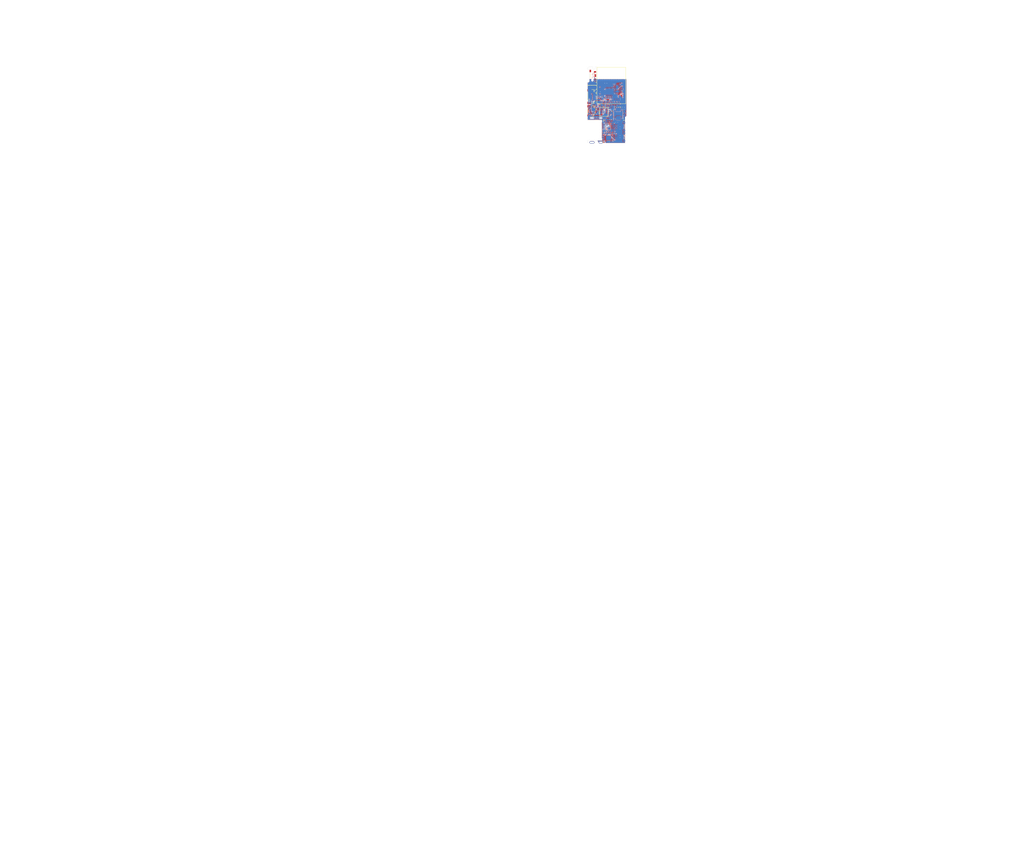
<source format=kicad_pcb>
(kicad_pcb (version 20210824) (generator pcbnew)
  (layers (0 "F.Cu" signal) (1 "In1.Cu" signal) (2 "In2.Cu" signal) (31 "B.Cu" signal) (34 "B.Paste" user) (35 "F.Paste" user) (36 "B.SilkS" user "B.Silkscreen") (37 "F.SilkS" user "F.Silkscreen") (38 "B.Mask" user) (39 "F.Mask" user) (44 "Edge.Cuts" user))
  (net 0 "")
  (net 1 "GND")
  (net 2 "+3V0")
  (net 3 "/SCK")
  (net 4 "/SDA")
  (net 5 "/SCL")
  (net 6 "/RX")
  (net 7 "/TX")
  (net 8 "/D-")
  (net 9 "/D+")
  (net 10 "/MISO")
  (net 11 "/MOSI")
  (net 12 "/MagnetCS")
  (net 13 "/GyroCS")
  (net 14 "/Button")
  (net 15 "/MainCS_AccelCS")
  (net 16 "Net-(C2-Pad1)")
  (net 17 "Net-(C5-Pad1)")
  (net 18 "Net-(C5-Pad2)")
  (net 19 "VBUS")
  (net 20 "Net-(R16-Pad1)")
  (net 21 "Net-(J1-PadB5)")
  (net 22 "Net-(J1-PadA5)")
  (net 23 "Net-(D2-Pad2)")
  (net 24 "Net-(D3-Pad2)")
  (net 25 "Net-(C15-Pad1)")
  (net 26 "/HV_SNS")
  (net 28 "/VSYS")
  (net 29 "Net-(C10-Pad2)")
  (net 30 "/HV_5V")
  (net 31 "/Haptic+")
  (net 32 "/Haptic-")
  (net 33 "+BATT")
  (net 34 "Net-(C12-Pad1)")
  (net 35 "/LED_DIN")
  (net 36 "/LED_PWR")
  (net 37 "/+PACK")
  (net 38 "Net-(C18-Pad2)")
  (net 39 "/AUX_INT")
  (net 40 "/AUX_SDA")
  (net 41 "/AUX_SCL")
  (net 42 "Net-(IC9-Pad8)")
  (net 43 "/HV")
  (net 44 "Net-(C24-Pad1)")
  (net 45 "Net-(IC3-Pad6)")
  (net 46 "Net-(IC9-Pad9)")
  (net 47 "Net-(C3-Pad1)")
  (net 48 "Net-(IC12-Pad4)")
  (net 49 "Net-(IC12-Pad6)")
  (net 50 "Net-(IC12-Pad7)")
  (net 51 "Net-(IC11-Pad7)")
  (net 52 "Net-(C21-Pad1)")
  (net 53 "Net-(C22-Pad1)")
  (net 54 "Net-(C25-Pad1)")
  (net 55 "Net-(IC11-Pad6)")
  (net 56 "/HV_VSNS")
  (net 57 "Net-(IC6-Pad12)")
  (net 58 "Net-(IC6-Pad10)")
  (footprint "SamacSys_Parts:SK6812SIDE" (layer "F.Cu") (at 102.1 59.2 180)
    (fp_text reference "IC5" hide)
    (fp_text value "SK6812_SIDE" hide)
  )
  (footprint "Connector_JST:JST_SUR_SM05B-SURS-TF_1x05-1MP_P0.80mm_Horizontal" (layer "F.Cu") (at 101.65 63.6 -90)
    (fp_text reference "J5" hide)
    (fp_text value "Conn_01x05" hide)
  )
  (footprint "SamacSys_Parts:RSX201VYM30FHTR" (layer "F.Cu") (at 108.85 73.7 90)
    (fp_text reference "D2" hide)
    (fp_text value "RSX201VYM30FHTR" hide)
  )
  (footprint "SamacSys_Parts:RSX201VYM30FHTR" (layer "F.Cu") (at 105.18 67.84 90)
    (fp_text reference "D3" hide)
    (fp_text value "RSX201VYM30FHTR" hide)
  )
  (footprint "ttgomicro32:TCD-C2KQR" (layer "F.Cu") (at 102.3 54 90)
    (fp_text reference "SW1" hide)
    (fp_text value "SW_SPST" hide)
  )
  (footprint "nrfmicro:USB-C-C168688" (layer "F.Cu") (at 100 79 90)
    (fp_text reference "J1" hide)
    (fp_text value "USB-C-C168688" hide)
  )
  (footprint "Connector_JST:JST_SUR_SM03B-SURS-TF_1x03-1MP_P0.80mm_Horizontal" (layer "F.Cu") (at 101.65 70.15 -90)
    (fp_text reference "J4" hide)
    (fp_text value "Conn_01x03" hide)
  )
  (footprint "SamacSys_Parts:QFN50P400X400X100-25N-D" (layer "F.Cu") (at 113.565 71.991)
    (fp_text reference "IC3" hide)
    (fp_text value "BQ24161BRGER" hide)
  )
  (footprint "Resistor_SMD:R_0402_1005Metric" (layer "F.Cu") (at 103.9 66.1 -90)
    (fp_text reference "R17" hide)
    (fp_text value "6k" hide)
  )
  (footprint "SamacSys_Parts:XAL4020152MEB" (layer "F.Cu") (at 107.584 70.65 180)
    (fp_text reference "L3" hide)
    (fp_text value "1.5uH" hide)
  )
  (footprint "Capacitor_SMD:C_0402_1005Metric" (layer "F.Cu") (at 112.4 68.75)
    (fp_text reference "C14" hide)
    (fp_text value "1uF" hide)
  )
  (footprint "Capacitor_SMD:C_0402_1005Metric" (layer "F.Cu") (at 114.737005 68.45 -90)
    (fp_text reference "C10" hide)
    (fp_text value "4.7uF" hide)
  )
  (footprint "Capacitor_SMD:C_0402_1005Metric" (layer "F.Cu") (at 116.438 73.979 180)
    (fp_text reference "C7" hide)
    (fp_text value "1uF" hide)
  )
  (footprint "Capacitor_SMD:C_0402_1005Metric" (layer "F.Cu") (at 115.537002 68.45 90)
    (fp_text reference "C5" hide)
    (fp_text value "0.01uF" hide)
  )
  (footprint "Capacitor_SMD:C_0805_2012Metric" (layer "F.Cu") (at 109.51 67.79)
    (fp_text reference "C30" hide)
    (fp_text value "22uF X7T" hide)
  )
  (footprint "Capacitor_SMD:C_1206_3216Metric" (layer "F.Cu") (at 104.481 70.761 -90)
    (fp_text reference "C19" hide)
    (fp_text value "22uF X5R" hide)
  )
  (footprint "SamacSys_Parts:ESP32PICOMINI02N8R2" (layer "F.Cu") (at 111 61.25)
    (fp_text reference "IC8" hide)
    (fp_text value "ESP32-PICO-MINI-02-N8R2" hide)
  )
  (footprint "Capacitor_SMD:C_0402_1005Metric" (layer "F.Cu") (at 113.937 68.45 -90)
    (fp_text reference "C11" hide)
    (fp_text value "1uF" hide)
  )
  (footprint "ttgomicro32:10x10x4mm LRA" (layer "F.Cu") (at 112.5 79.75)
    (fp_text reference "M1" hide)
    (fp_text value "Motor_DC" hide)
  )
  (footprint "SamacSys_Parts:BMX055" (layer "B.Cu") (at 113.8 60.125 180)
    (fp_text reference "IC1" hide)
    (fp_text value "BMX055" hide)
  )
  (footprint "SamacSys_Parts:SOP50P490X110-10N" (layer "B.Cu") (at 109.6 77.38)
    (fp_text reference "IC2" hide)
    (fp_text value "DRV2604LDGSR" hide)
  )
  (footprint "Resistor_SMD:R_0402_1005Metric" (layer "B.Cu") (at 100.675 66 -90)
    (fp_text reference "R1" hide)
    (fp_text value "22.1k" hide)
  )
  (footprint "Resistor_SMD:R_0402_1005Metric" (layer "B.Cu") (at 101.475 66 90)
    (fp_text reference "R2" hide)
    (fp_text value "47.5k" hide)
  )
  (footprint "Resistor_SMD:R_0402_1005Metric" (layer "B.Cu") (at 102.275 66 90)
    (fp_text reference "R3" hide)
    (fp_text value "1k" hide)
  )
  (footprint "SamacSys_Parts:BQ27441DRZRG1A" (layer "B.Cu") (at 109.75 82.53 90)
    (fp_text reference "IC6" hide)
    (fp_text value "BQ27441DRZR-G1A" hide)
  )
  (footprint "Resistor_SMD:R_0402_1005Metric" (layer "B.Cu") (at 110.8 79.93 90)
    (fp_text reference "R10" hide)
    (fp_text value "10k" hide)
  )
  (footprint "ttgomicro32:ACHL" (layer "B.Cu") (at 116.8 77.4 180)
    (fp_text reference "J3" hide)
    (fp_text value "Conn_01x02" hide)
  )
  (footprint "Resistor_SMD:R_0402_1005Metric" (layer "B.Cu") (at 107.85 74.1 -90)
    (fp_text reference "R12" hide)
    (fp_text value "5.1k" hide)
  )
  (footprint "Resistor_SMD:R_0402_1005Metric" (layer "B.Cu") (at 110.6 74.1 -90)
    (fp_text reference "R13" hide)
    (fp_text value "5.1k" hide)
  )
  (footprint "Resistor_SMD:R_0402_1005Metric" (layer "B.Cu") (at 103.625 56.75 -90)
    (fp_text reference "R16" hide)
    (fp_text value "1k" hide)
  )
  (footprint "Capacitor_SMD:C_0402_1005Metric" (layer "B.Cu") (at 101.3 71.9 -90)
    (fp_text reference "C2" hide)
    (fp_text value "0.1uF" hide)
  )
  (footprint "Capacitor_SMD:C_0402_1005Metric" (layer "B.Cu") (at 100.55 71.9 -90)
    (fp_text reference "C4" hide)
    (fp_text value "0.1uF" hide)
  )
  (footprint "Capacitor_SMD:C_0402_1005Metric" (layer "B.Cu") (at 116.025 59.975 90)
    (fp_text reference "C6" hide)
    (fp_text value "100nF" hide)
  )
  (footprint "Capacitor_SMD:C_0402_1005Metric" (layer "B.Cu") (at 111.625 59.125 90)
    (fp_text reference "C8" hide)
    (fp_text value "100nF" hide)
  )
  (footprint "Capacitor_SMD:C_0402_1005Metric" (layer "B.Cu") (at 107.4 79.93 90)
    (fp_text reference "C15" hide)
    (fp_text value "0.47uF" hide)
  )
  (footprint "Capacitor_SMD:C_0402_1005Metric" (layer "B.Cu") (at 108.25 79.93 90)
    (fp_text reference "C16" hide)
    (fp_text value "1uF" hide)
  )
  (footprint "Resistor_SMD:R_0402_1005Metric" (layer "B.Cu") (at 109.593 70.916 180)
    (fp_text reference "R15" hide)
    (fp_text value "46.4k 1%" hide)
  )
  (footprint "Resistor_SMD:R_0402_1005Metric" (layer "B.Cu") (at 109.315 63.756 90)
    (fp_text reference "R6" hide)
    (fp_text value "2.2k" hide)
  )
  (footprint "Capacitor_SMD:C_0402_1005Metric" (layer "B.Cu") (at 105.43 70.17 -90)
    (fp_text reference "C21" hide)
    (fp_text value "33nF" hide)
  )
  (footprint "Capacitor_SMD:C_0603_1608Metric" (layer "B.Cu") (at 114.1 66 90)
    (fp_text reference "C1" hide)
    (fp_text value "22uF X5R" hide)
  )
  (footprint "Resistor_SMD:R_0402_1005Metric" (layer "B.Cu") (at 109.248 71.954 180)
    (fp_text reference "R18" hide)
    (fp_text value "10k 1%" hide)
  )
  (footprint "SamacSys_Parts:CP2102NA02GQFN20" (layer "B.Cu") (at 102.85 69.45 90)
    (fp_text reference "IC9" hide)
    (fp_text value "CP2102N-A02-GQFN20" hide)
  )
  (footprint "SamacSys_Parts:SOTFL50P160X60-8N" (layer "B.Cu") (at 108.26 68.02)
    (fp_text reference "IC11" hide)
    (fp_text value "TPS628511DRLR" hide)
  )
  (footprint "Capacitor_SMD:C_0603_1608Metric" (layer "B.Cu") (at 106.55 67.96 90)
    (fp_text reference "C20" hide)
    (fp_text value "10uF X6S" hide)
  )
  (footprint "SamacSys_Parts:INDPM4441X120N" (layer "B.Cu") (at 114.151 71.499 -90)
    (fp_text reference "L1" hide)
    (fp_text value "1.5uH" hide)
  )
  (footprint "Inductor_SMD:L_0603_1608Metric" (layer "B.Cu") (at 110.71 67.53 90)
    (fp_text reference "L2" hide)
    (fp_text value "470nH" hide)
  )
  (footprint "Capacitor_SMD:C_0402_1005Metric" (layer "B.Cu") (at 106.61 66.12 180)
    (fp_text reference "C22" hide)
    (fp_text value "680pF X7R" hide)
  )
  (footprint "Capacitor_SMD:C_0402_1005Metric" (layer "B.Cu") (at 104.6 73.325 90)
    (fp_text reference "C3" hide)
    (fp_text value "10nF" hide)
  )
  (footprint "Resistor_SMD:R_0402_1005Metric" (layer "B.Cu") (at 109.95 79.93 90)
    (fp_text reference "R23" hide)
    (fp_text value "10k" hide)
  )
  (footprint "Capacitor_SMD:C_0603_1608Metric" (layer "B.Cu") (at 117.091 71.172 90)
    (fp_text reference "C17" hide)
    (fp_text value "10uF X7R/X5R" hide)
  )
  (footprint "Capacitor_SMD:C_0603_1608Metric" (layer "B.Cu") (at 111.8 66 90)
    (fp_text reference "C28" hide)
    (fp_text value "22uF X5R" hide)
  )
  (footprint "Resistor_SMD:R_0402_1005Metric" (layer "B.Cu") (at 112.08 79.93 90)
    (fp_text reference "R11" hide)
    (fp_text value "0.010 1%" hide)
  )
  (footprint "ttgomicro32:ACHL" (layer "B.Cu") (at 116.8 82.125 180)
    (fp_text reference "J2" hide)
    (fp_text value "Conn_01x02" hide)
  )
  (footprint "Resistor_SMD:R_0402_1005Metric" (layer "B.Cu") (at 110.915001 63.756 90)
    (fp_text reference "R8" hide)
    (fp_text value "2.2k" hide)
  )
  (footprint "Capacitor_SMD:C_0402_1005Metric" (layer "B.Cu") (at 108.406 66.433 180)
    (fp_text reference "C25" hide)
    (fp_text value "10pF" hide)
  )
  (footprint "Resistor_SMD:R_0402_1005Metric" (layer "B.Cu") (at 106.87 63.784)
    (fp_text reference "R22" hide)
    (fp_text value "10k 1%" hide)
  )
  (footprint "Capacitor_SMD:C_0402_1005Metric" (layer "B.Cu") (at 109.675 70.002)
    (fp_text reference "C24" hide)
    (fp_text value "100nF X7R" hide)
  )
  (footprint "Resistor_SMD:R_0402_1005Metric" (layer "B.Cu") (at 108.436 65.683 180)
    (fp_text reference "R14" hide)
    (fp_text value "402k 1%" hide)
  )
  (footprint "Resistor_SMD:R_0402_1005Metric" (layer "B.Cu") (at 108.514997 63.755999 90)
    (fp_text reference "R5" hide)
    (fp_text value "2.2k" hide)
  )
  (footprint "Resistor_SMD:R_0402_1005Metric" (layer "B.Cu") (at 110.115 65.69 180)
    (fp_text reference "R9" hide)
    (fp_text value "100k 1%" hide)
  )
  (footprint "Capacitor_SMD:C_0402_1005Metric" (layer "B.Cu") (at 112.378 67.892)
    (fp_text reference "C18" hide)
    (fp_text value "4.7uF" hide)
  )
  (footprint "Resistor_SMD:R_0402_1005Metric" (layer "B.Cu") (at 109.76 67.15 90)
    (fp_text reference "R20" hide)
    (fp_text value "100k 1%" hide)
  )
  (footprint "Capacitor_SMD:C_0402_1005Metric" (layer "B.Cu") (at 105.4 71.7 180)
    (fp_text reference "C23" hide)
    (fp_text value "100nF X7R" hide)
  )
  (footprint "Resistor_SMD:R_0402_1005Metric" (layer "B.Cu") (at 104.981 63.763)
    (fp_text reference "R21" hide)
    (fp_text value "240k 1%" hide)
  )
  (footprint "SamacSys_Parts:SOTFL50P160X60-8N" (layer "B.Cu") (at 107.495 70.453)
    (fp_text reference "IC12" hide)
    (fp_text value "XTPS62933DRLR" hide)
  )
  (footprint "Resistor_SMD:R_0402_1005Metric" (layer "B.Cu") (at 105.57 68.43 90)
    (fp_text reference "R4" hide)
    (fp_text value "10k 1%" hide)
  )
  (footprint "Capacitor_SMD:C_0603_1608Metric" (layer "B.Cu") (at 112.95 66 90)
    (fp_text reference "C26" hide)
    (fp_text value "22uF X5R" hide)
  )
  (footprint "Resistor_SMD:R_0402_1005Metric" (layer "B.Cu") (at 103.825 73.325 90)
    (fp_text reference "R19" hide)
    (fp_text value "10k" hide)
  )
  (footprint "Resistor_SMD:R_0402_1005Metric" (layer "B.Cu") (at 110.115 63.756 90)
    (fp_text reference "R7" hide)
    (fp_text value "2.2k" hide)
  )
  (footprint "Capacitor_SMD:C_0402_1005Metric" (layer "B.Cu") (at 109.1 79.93 -90)
    (fp_text reference "C12" hide)
    (fp_text value "1uF" hide)
  )
  (footprint "SamacSys_Parts:SON50P160X160X60-7N" (layer "B.Cu") (at 109.227 74.1 90)
    (fp_text reference "D1" hide)
    (fp_text value "VBUS053AZ-HAF-GS08" hide)
  )
  (footprint "Capacitor_SMD:C_0402_1005Metric" (layer "B.Cu") (at 111.17 75.395 180)
    (fp_text reference "C13" hide)
    (fp_text value "1uF" hide)
  )
  (gr_line (start 102.125 53.625001) (end 102.875001 54.374999) (layer "B.SilkS") (width 0.153))
  (gr_line (start 102.125002 53.375) (end 102.875001 53.375) (layer "B.SilkS") (width 0.153))
  (gr_line (start 102.875 52.625001) (end 102.125002 53.375) (layer "B.SilkS") (width 0.153))
  (gr_line (start 102.875001 54.625) (end 102.125001 54.625) (layer "B.SilkS") (width 0.153))
  (gr_line (start 102.125001 54.625) (end 102.125001 55.374999) (layer "B.SilkS") (width 0.153))
  (gr_line (start 103.8 54.9) (end 103.8 55.1) (layer "F.SilkS") (width 0.153))
  (gr_line (start 107.25 84.75) (end 107.25 84) (layer "F.SilkS") (width 0.153))
  (gr_line (start 107.25 74.5) (end 108 74.5) (layer "F.SilkS") (width 0.153))
  (gr_line (start 117.148 74.507) (end 116.398 74.507) (layer "F.SilkS") (width 0.153))
  (gr_line (start 101.3 55.3) (end 101.3 52.7) (layer "F.SilkS") (width 0.153))
  (gr_line (start 103.8 52.9) (end 103.8 53.1) (layer "F.SilkS") (width 0.153))
  (gr_line (start 107.25 75.25) (end 107.25 74.5) (layer "F.SilkS") (width 0.153))
  (gr_line (start 100 83.6) (end 100 84) (layer "Edge.Cuts") (width 0.05))
  (gr_line (start 100 74.4) (end 100 57) (layer "Edge.Cuts") (width 0.05))
  (gr_line (start 118 55.5) (end 104.75 55.5) (layer "Edge.Cuts") (width 0.05))
  (gr_line (start 118 72.75) (end 117.9 72.75) (layer "Edge.Cuts") (width 0.05))
  (gr_line (start 106.6 83.6) (end 100 83.6) (layer "Edge.Cuts") (width 0.05))
  (gr_line (start 100.3 57) (end 100 57) (layer "Edge.Cuts") (width 0.05))
  (gr_arc (start 100.300001 51.5) (end 100.8 51.5) (angle -90) (layer "Edge.Cuts") (width 0.05))
  (gr_line (start 118 55.5) (end 118 72.75) (layer "Edge.Cuts") (width 0.05))
  (gr_line (start 103.6 50.5) (end 103.6 50) (layer "Edge.Cuts") (width 0.05))
  (gr_line (start 101 50) (end 102.4 50) (layer "Edge.Cuts") (width 0.05))
  (gr_line (start 100 51) (end 100.3 51) (layer "Edge.Cuts") (width 0.05))
  (gr_line (start 104.25 50) (end 104.25 55) (layer "Edge.Cuts") (width 0.05))
  (gr_line (start 117.4 73.25) (end 117.4 85) (layer "Edge.Cuts") (width 0.05))
  (gr_line (start 103.6 85) (end 103.6 84.5) (layer "Edge.Cuts") (width 0.05))
  (gr_line (start 117.4 85) (end 104.8 85) (layer "Edge.Cuts") (width 0.05))
  (gr_line (start 106.6 74.4) (end 106.6 83.6) (layer "Edge.Cuts") (width 0.05))
  (gr_line (start 100 74.4) (end 106.6 74.4) (layer "Edge.Cuts") (width 0.05))
  (gr_arc (start 104.2 84.5) (end 104.8 84.5) (angle -180) (layer "Edge.Cuts") (width 0.05))
  (gr_arc (start 117.9 73.25) (end 117.9 72.75) (angle -90) (layer "Edge.Cuts") (width 0.05))
  (gr_line (start 100.8 51.5) (end 100.8 56.5) (layer "Edge.Cuts") (width 0.05))
  (gr_arc (start 101 51) (end 100 51) (angle 90) (layer "Edge.Cuts") (width 0.05))
  (gr_line (start 103.6 85) (end 101 85) (layer "Edge.Cuts") (width 0.05))
  (gr_arc (start 101 84) (end 101 85) (angle 90) (layer "Edge.Cuts") (width 0.05))
  (gr_line (start 102.4 50.5) (end 102.4 50) (layer "Edge.Cuts") (width 0.05))
  (gr_arc (start 104.75 55) (end 104.25 55) (angle -90) (layer "Edge.Cuts") (width 0.05))
  (gr_line (start 103.6 50) (end 104.25 50) (layer "Edge.Cuts") (width 0.05))
  (gr_arc (start 103 50.5) (end 102.4 50.5) (angle -180) (layer "Edge.Cuts") (width 0.05))
  (gr_arc (start 100.300001 56.5) (end 100.300001 56.999999) (angle -90) (layer "Edge.Cuts") (width 0.05))
  (gr_line (start 104.8 85) (end 104.8 84.5) (layer "Edge.Cuts") (width 0.05))
  (gr_text "BATT" (at 117 82.1 90) (layer "B.SilkS") (effects (font (size 0.612 0.612) (thickness 0.153)) (justify mirror)))
  (gr_text "HAPT\n" (at 117 77.4 90) (layer "B.SilkS") (effects (font (size 0.612 0.612) (thickness 0.153)) (justify mirror)))
  (gr_text "+" (at 112.3 80.5 90) (layer "B.SilkS") (effects (font (size 0.612 0.612) (thickness 0.153)) (justify mirror)))
  (gr_text "+" (at 112.3 75.9 90) (layer "B.SilkS") (effects (font (size 0.612 0.612) (thickness 0.153)) (justify mirror)))
  (gr_text "+" (at 103.45 61.15 270) (layer "F.SilkS") (effects (font (size 0.612 0.612) (thickness 0.153)) (justify right)))
  (gr_text "+" (at 103.45 68.5 -90) (layer "F.SilkS") (effects (font (size 0.612 0.612) (thickness 0.153)) (justify right)))
  (segment (start 111.95 68.72) (end 111.96 68.72) (width 0.254) (layer "F.Cu") (net 1))
  (segment (start 110.15 72.7) (end 110.15 71.85) (width 0.127) (layer "F.Cu") (net 1))
  (segment (start 115.565 71.741) (end 113.815 71.741) (width 0.254) (layer "F.Cu") (net 1))
  (segment (start 111.861 69.991) (end 111.757 69.887) (width 0.254) (layer "F.Cu") (net 1))
  (segment (start 107.8 66.15) (end 107.8 66.35) (width 0.254) (layer "F.Cu") (net 1))
  (segment (start 110.476 67.774) (end 110.46 67.79) (width 0.254) (layer "F.Cu") (net 1))
  (segment (start 103.9 66.61) (end 103.49 66.61) (width 0.254) (layer "F.Cu") (net 1))
  (segment (start 112.815 72.741) (end 113.565 71.991) (width 0.254) (layer "F.Cu") (net 1))
  (segment (start 111.92 68.75) (end 111.95 68.72) (width 0.254) (layer "F.Cu") (net 1))
  (segment (start 112.815 71.241) (end 113.565 71.991) (width 0.254) (layer "F.Cu") (net 1))
  (segment (start 112.16 68.75) (end 112.268 68.642) (width 0.127) (layer "F.Cu") (net 1))
  (segment (start 113.815 71.741) (end 113.565 71.991) (width 0.254) (layer "F.Cu") (net 1))
  (segment (start 113.52 67.97) (end 113.324 67.774) (width 0.254) (layer "F.Cu") (net 1))
  (segment (start 105.746489 66.803511) (end 105.142978 66.2) (width 0.254) (layer "F.Cu") (net 1))
  (segment (start 110.191 72.741) (end 110.15 72.7) (width 0.254) (layer "F.Cu") (net 1))
  (segment (start 114.315 71.241) (end 113.565 71.991) (width 0.254) (layer "F.Cu") (net 1))
  (segment (start 104.14 66.61) (end 104.55 66.2) (width 0.254) (layer "F.Cu") (net 1))
  (segment (start 104.225 72.492) (end 104.225 72.95) (width 0.508) (layer "F.Cu") (net 1))
  (segment (start 112.315 69.991) (end 111.861 69.991) (width 0.254) (layer "F.Cu") (net 1))
  (segment (start 104.22 71.975) (end 104.481 72.236) (width 0.508) (layer "F.Cu") (net 1))
  (segment (start 103.383 62.8) (end 103.569 62.986) (width 0.254) (layer "F.Cu") (net 1))
  (segment (start 115.565 71.241) (end 114.315 71.241) (width 0.254) (layer "F.Cu") (net 1))
  (segment (start 113.324 67.774) (end 110.476 67.774) (width 0.254) (layer "F.Cu") (net 1))
  (segment (start 103.49 66.61) (end 103.3 66.8) (width 0.254) (layer "F.Cu") (net 1))
  (segment (start 112.315 69.991) (end 112.315 70.741) (width 0.254) (layer "F.Cu") (net 1))
  (segment (start 102.8 62.8) (end 103.383 62.8) (width 0.254) (layer "F.Cu") (net 1))
  (segment (start 105.1 65.25) (end 105.1 66.15) (width 0.254) (layer "F.Cu") (net 1))
  (segment (start 105.142978 66.2) (end 105.05 66.2) (width 0.254) (layer "F.Cu") (net 1))
  (segment (start 111.565 72.741) (end 112.815 72.741) (width 0.254) (layer "F.Cu") (net 1))
  (segment (start 103.9 66.61) (end 104.14 66.61) (width 0.254) (layer "F.Cu") (net 1))
  (segment (start 113.937 67.97) (end 113.52 67.97) (width 0.254) (layer "F.Cu") (net 1))
  (segment (start 104.481 71.331001) (end 103.299999 70.15) (width 0.254) (layer "F.Cu") (net 1))
  (segment (start 114.737005 67.97) (end 113.937 67.97) (width 0.254) (layer "F.Cu") (net 1))
  (segment (start 105.1 66.15) (end 105.05 66.2) (width 0.254) (layer "F.Cu") (net 1))
  (segment (start 115.565 72.241) (end 113.815 72.241) (width 0.254) (layer "F.Cu") (net 1))
  (segment (start 113.815 72.241) (end 113.565 71.991) (width 0.254) (layer "F.Cu") (net 1))
  (segment (start 107.346489 66.803511) (end 105.746489 66.803511) (width 0.254) (layer "F.Cu") (net 1))
  (segment (start 111.92 68.75) (end 112.16 68.75) (width 0.127) (layer "F.Cu") (net 1))
  (segment (start 110.759 71.241) (end 111.565 71.241) (width 0.127) (layer "F.Cu") (net 1))
  (segment (start 111.565 72.741) (end 110.191 72.741) (width 0.254) (layer "F.Cu") (net 1))
  (segment (start 104.481 72.236) (end 104.225 72.492) (width 0.508) (layer "F.Cu") (net 1))
  (segment (start 107.8 66.35) (end 107.346489 66.803511) (width 0.254) (layer "F.Cu") (net 1))
  (segment (start 107 75.8) (end 107 75.3) (width 0.254) (layer "F.Cu") (net 1))
  (segment (start 112.315 70.741) (end 113.565 71.991) (width 0.254) (layer "F.Cu") (net 1))
  (segment (start 107 75.3) (end 107.275 75.025) (width 0.254) (layer "F.Cu") (net 1))
  (segment (start 104.481 72.236) (end 104.481 71.331001) (width 0.254) (layer "F.Cu") (net 1))
  (segment (start 103.299999 70.15) (end 102.8 70.15) (width 0.254) (layer "F.Cu") (net 1))
  (segment (start 104.55 66.2) (end 105.05 66.2) (width 0.254) (layer "F.Cu") (net 1))
  (segment (start 110.15 71.85) (end 110.759 71.241) (width 0.127) (layer "F.Cu") (net 1))
  (segment (start 104.22 71.47) (end 104.22 71.975) (width 0.508) (layer "F.Cu") (net 1))
  (via (at 116.95 69.47) (size 0.4) (drill 0.2) (layers "F.Cu" "B.Cu") (net 1))
  (via (at 112.95 75.47) (size 0.4) (drill 0.2) (layers "F.Cu" "B.Cu") (net 1))
  (via (at 114.953 68.325) (size 0.4) (drill 0.2) (layers "F.Cu" "B.Cu") (net 1))
  (via (at 103.95 61.47) (size 0.4) (drill 0.2) (layers "F.Cu" "B.Cu") (net 1))
  (via (at 114.95 82.47) (size 0.4) (drill 0.2) (layers "F.Cu" "B.Cu") (net 1))
  (via (at 115.089 64.573) (size 0.4) (drill 0.2) (layers "F.Cu" "B.Cu") (net 1))
  (via (at 114.95 81.47) (size 0.4) (drill 0.2) (layers "F.Cu" "B.Cu") (net 1))
  (via (at 108.95 57.47) (size 0.4) (drill 0.2) (layers "F.Cu" "B.Cu") (net 1))
  (via (at 103.569 62.986) (size 0.4) (drill 0.2) (layers "F.Cu" "B.Cu") (net 1))
  (via (at 109.2 81.194) (size 0.4) (drill 0.2) (layers "F.Cu" "B.Cu") (net 1))
  (via (at 110.15 72.7) (size 0.4) (drill 0.2) (layers "F.Cu" "B.Cu") (net 1))
  (via (at 101.95 58.47) (size 0.4) (drill 0.2) (layers "F.Cu" "B.Cu") (net 1))
  (via (at 107.275 75.025) (size 0.4) (drill 0.2) (layers "F.Cu" "B.Cu") (net 1))
  (via (at 113.576 67.547) (size 0.4) (drill 0.2) (layers "F.Cu" "B.Cu") (net 1))
  (via (at 114.95 77.47) (size 0.4) (drill 0.2) (layers "F.Cu" "B.Cu") (net 1))
  (via (at 107.95 57.47) (size 0.4) (drill 0.2) (layers "F.Cu" "B.Cu") (net 1))
  (via (at 104.71 70.78) (size 0.4) (drill 0.2) (layers "F.Cu" "B.Cu") (net 1))
  (via (at 103.95 60.47) (size 0.4) (drill 0.2) (layers "F.Cu" "B.Cu") (net 1))
  (via (at 100.95 58.47) (size 0.4) (drill 0.2) (layers "F.Cu" "B.Cu") (net 1))
  (via (at 113.95 75.47) (size 0.4) (drill 0.2) (layers "F.Cu" "B.Cu") (net 1))
  (via (at 116.95 68.47) (size 0.4) (drill 0.2) (layers "F.Cu" "B.Cu") (net 1))
  (via (at 116.381 73.429) (size 0.4) (drill 0.2) (layers "F.Cu" "B.Cu") (net 1))
  (via (at 103.3 66.8) (size 0.4) (drill 0.2) (layers "F.Cu" "B.Cu") (net 1))
  (via (at 114.95 78.47) (size 0.4) (drill 0.2) (layers "F.Cu" "B.Cu") (net 1))
  (via (at 111.757 69.887) (size 0.4) (drill 0.2) (layers "F.Cu" "B.Cu") (net 1))
  (via (at 105.95 61.47) (size 0.4) (drill 0.2) (layers "F.Cu" "B.Cu") (net 1))
  (via (at 104.22 71.47) (size 0.4) (drill 0.2) (layers "F.Cu" "B.Cu") (net 1))
  (via (at 109.95 84.47) (size 0.4) (drill 0.2) (layers "F.Cu" "B.Cu") (net 1))
  (via (at 112.268 68.642) (size 0.4) (drill 0.2) (layers "F.Cu" "B.Cu") (net 1))
  (via (at 115.073 65.156) (size 0.4) (drill 0.2) (layers "F.Cu" "B.Cu") (net 1))
  (via (at 107.014 82.916) (size 0.4) (drill 0.2) (layers "F.Cu" "B.Cu") (net 1))
  (via (at 104.225 72.95) (size 0.4) (drill 0.2) (layers "F.Cu" "B.Cu") (net 1))
  (segment (start 109.227 74.1) (end 110.09 74.1) (width 0.254) (layer "B.Cu") (net 1))
  (segment (start 104.33 72.845) (end 104.225 72.95) (width 0.127) (layer "B.Cu") (net 1))
  (segment (start 110.09 74.1) (end 110.6 73.59) (width 0.254) (layer "B.Cu") (net 1))
  (segment (start 107.223 82.73) (end 107.775 82.73) (width 0.127) (layer "B.Cu") (net 1))
  (segment (start 107.4 76.88) (end 108.019 76.88) (width 0.127) (layer "B.Cu") (net 1))
  (segment (start 107.85 73.59) (end 107.85 72.842) (width 0.254) (layer "B.Cu") (net 1))
  (segment (start 108.333 71.203) (end 108.333 71.549) (width 0.254) (layer "B.Cu") (net 1))
  (segment (start 110.784511 73.334511) (end 110.855489 73.334511) (width 0.254) (layer "B.Cu") (net 1))
  (segment (start 103.1 69.7) (end 102.85 69.45) (width 0.254) (layer "B.Cu") (net 1))
  (segment (start 107.85 73.59) (end 108.36 74.1) (width 0.254) (layer "B.Cu") (net 1))
  (segment (start 101.855 72.38) (end 102.075 72.6) (width 0.127) (layer "B.Cu") (net 1))
  (segment (start 107.275 75.025) (end 107.275 74.165) (width 0.254) (layer "B.Cu") (net 1))
  (segment (start 108.333 71.549) (end 108.738 71.954) (width 0.254) (layer "B.Cu") (net 1))
  (segment (start 111.898 69.746) (end 111.757 69.887) (width 0.254) (layer "B.Cu") (net 1))
  (segment (start 108.727 74.6) (end 109.227 74.1) (width 0.254) (layer "B.Cu") (net 1))
  (segment (start 103.1 71.464) (end 103.1 71) (width 0.254) (layer "B.Cu") (net 1))
  (segment (start 110.15 72.7) (end 110.784511 73.334511) (width 0.254) (layer "B.Cu") (net 1))
  (segment (start 108.816522 68.77) (end 107.816522 67.77) (width 0.254) (layer "B.Cu") (net 1))
  (segment (start 104.6 72.845) (end 104.33 72.845) (width 0.127) (layer "B.Cu") (net 1))
  (segment (start 106.9 82.407) (end 107.223 82.73) (width 0.127) (layer "B.Cu") (net 1))
  (segment (start 103.984 71.706) (end 103.342 71.706) (width 0.254) (layer "B.Cu") (net 1))
  (segment (start 109.098 68.77) (end 108.816522 68.77) (width 0.254) (layer "B.Cu") (net 1))
  (segment (start 106.9 80.25) (end 106.9 82.407) (width 0.127) (layer "B.Cu") (net 1))
  (segment (start 107.135 67.77) (end 106.55 67.185) (width 0.254) (layer "B.Cu") (net 1))
  (segment (start 110.855489 73.334511) (end 110.6 73.59) (width 0.254) (layer "B.Cu") (net 1))
  (segment (start 102.075 72.6) (end 103.925 72.6) (width 0.127) (layer "B.Cu") (net 1))
  (segment (start 104.225 72.9) (end 104.225 72.95) (width 0.127) (layer "B.Cu") (net 1))
  (segment (start 107.32002 75.07002) (end 107.275 75.025) (width 0.127) (layer "B.Cu") (net 1))
  (segment (start 108.36 74.1) (end 109.227 74.1) (width 0.254) (layer "B.Cu") (net 1))
  (segment (start 101.3 72.38) (end 101.855 72.38) (width 0.127) (layer "B.Cu") (net 1))
  (segment (start 102.1 67.9) (end 102.1 68.7) (width 0.254) (layer "B.Cu") (net 1))
  (segment (start 103.1 71) (end 103.1 69.7) (width 0.254) (layer "B.Cu") (net 1))
  (segment (start 104.09 72.815) (end 104.225 72.95) (width 0.127) (layer "B.Cu") (net 1))
  (segment (start 107.275 74.165) (end 107.85 73.59) (width 0.254) (layer "B.Cu") (net 1))
  (segment (start 102.1 68.7) (end 102.85 69.45) (width 0.254) (layer "B.Cu") (net 1))
  (segment (start 108.019 76.88) (end 108.290011 76.608989) (width 0.127) (layer "B.Cu") (net 1))
  (segment (start 107.56302 75.07002) (end 107.32002 75.07002) (width 0.127) (layer "B.Cu") (net 1))
  (segment (start 103.925 72.6) (end 104.225 72.9) (width 0.127) (layer "B.Cu") (net 1))
  (segment (start 100.55 72.38) (end 101.3 72.38) (width 0.254) (layer "B.Cu") (net 1))
  (segment (start 107.422 67.77) (end 107.135 67.77) (width 0.254) (layer "B.Cu") (net 1))
  (segment (start 111.898 67.892) (end 111.898 69.746) (width 0.254) (layer "B.Cu") (net 1))
  (segment (start 106.266 67.185) (end 105.834 66.753) (width 0.254) (layer "B.Cu") (net 1))
  (segment (start 108.727 74.95) (end 108.727 74.6) (width 0.254) (layer "B.Cu") (net 1))
  (segment (start 106.55 67.185) (end 106.266 67.185) (width 0.254) (layer "B.Cu") (net 1))
  (segment (start 108.290011 75.797011) (end 107.56302 75.07002) (width 0.127) (layer "B.Cu") (net 1))
  (segment (start 107.85 72.842) (end 108.738 71.954) (width 0.254) (layer "B.Cu") (net 1))
  (segment (start 104.22 71.47) (end 103.984 71.706) (width 0.254) (layer "B.Cu") (net 1))
  (segment (start 103.825 72.815) (end 104.09 72.815) (width 0.127) (layer "B.Cu") (net 1))
  (segment (start 107.816522 67.77) (end 107.422 67.77) (width 0.254) (layer "B.Cu") (net 1))
  (segment (start 103.342 71.706) (end 103.1 71.464) (width 0.254) (layer "B.Cu") (net 1))
  (segment (start 108.290011 76.608989) (end 108.290011 75.797011) (width 0.127) (layer "B.Cu") (net 1))
  (segment (start 105.1 62.85) (end 105.345 62.85) (width 0.127) (layer "F.Cu") (net 2))
  (segment (start 105.1 58.85) (end 105.375 58.85) (width 0.254) (layer "F.Cu") (net 2))
  (segment (start 102.8 62) (end 102.375 62) (width 0.508) (layer "F.Cu") (net 2))
  (segment (start 102.375 62) (end 101.975 62.4) (width 0.508) (layer "F.Cu") (net 2))
  (segment (start 105.375 58.85) (end 105.765 59.24) (width 0.254) (layer "F.Cu") (net 2))
  (segment (start 105.345 62.85) (end 105.795 62.4) (width 0.127) (layer "F.Cu") (net 2))
  (via (at 107.9 63.15) (size 0.4) (drill 0.2) (layers "F.Cu" "B.Cu") (net 2))
  (via (at 105.795 62.4) (size 0.4) (drill 0.2) (layers "F.Cu" "B.Cu") (net 2))
  (via (at 105.765 59.24) (size 0.4) (drill 0.2) (layers "F.Cu" "B.Cu") (net 2))
  (via (at 115.075 66.976502) (size 0.4) (drill 0.2) (layers "F.Cu" "B.Cu") (net 2))
  (via (at 101.975 62.4) (size 0.4) (drill 0.2) (layers "F.Cu" "B.Cu") (net 2))
  (via (at 115.85 61.025) (size 0.4) (drill 0.2) (layers "F.Cu" "B.Cu") (net 2))
  (via (at 108.025 60.25) (size 0.4) (drill 0.2) (layers "F.Cu" "B.Cu") (net 2))
  (segment (start 108.514997 63.245999) (end 107.995999 63.245999) (width 0.127) (layer "B.Cu") (net 2))
  (segment (start 108.67 59.605) (end 111.625 59.605) (width 0.254) (layer "B.Cu") (net 2))
  (segment (start 111.645 59.625) (end 111.625 59.605) (width 0.254) (layer "B.Cu") (net 2))
  (segment (start 108.43602 65.17298) (end 107.926 65.683) (width 0.127) (layer "B.Cu") (net 2))
  (segment (start 108.025 60.25) (end 108.67 59.605) (width 0.254) (layer "B.Cu") (net 2))
  (segment (start 107.926 66.433) (end 107.926 65.683) (width 0.127) (layer "B.Cu") (net 2))
  (segment (start 110.6075 66.64) (end 110.71 66.7425) (width 0.508) (layer "B.Cu") (net 2))
  (segment (start 102.275 62.7) (end 101.975 62.4) (width 0.127) (layer "B.Cu") (net 2))
  (segment (start 109.76 66.64) (end 110.6075 66.64) (width 0.508) (layer "B.Cu") (net 2))
  (segment (start 110.06502 66.33498) (end 110.06502 65.36663) (width 0.127) (layer "B.Cu") (net 2))
  (segment (start 109.87137 65.17298) (end 108.43602 65.17298) (width 0.127) (layer "B.Cu") (net 2))
  (segment (start 110.915001 63.246) (end 108.514997 63.245999) (width 0.127) (layer "B.Cu") (net 2))
  (segment (start 102.275 65.49) (end 102.275 62.7) (width 0.127) (layer "B.Cu") (net 2))
  (segment (start 112.537 59.625) (end 111.645 59.625) (width 0.254) (layer "B.Cu") (net 2))
  (segment (start 115.855 60.625) (end 116.025 60.455) (width 0.254) (layer "B.Cu") (net 2))
  (segment (start 116.025 60.85) (end 115.85 61.025) (width 0.254) (layer "B.Cu") (net 2))
  (segment (start 110.06502 65.36663) (end 109.87137 65.17298) (width 0.127) (layer "B.Cu") (net 2))
  (segment (start 114.1 66.775) (end 114.873498 66.775) (width 0.508) (layer "B.Cu") (net 2))
  (segment (start 109.76 66.64) (end 110.06502 66.33498) (width 0.127) (layer "B.Cu") (net 2))
  (segment (start 116.025 60.455) (end 116.025 60.85) (width 0.254) (layer "B.Cu") (net 2))
  (segment (start 107.995999 63.245999) (end 107.9 63.15) (width 0.127) (layer "B.Cu") (net 2))
  (segment (start 111.8 66.775) (end 112.95 66.775) (width 0.508) (layer "B.Cu") (net 2))
  (segment (start 110.71 66.7425) (end 111.7675 66.7425) (width 0.508) (layer "B.Cu") (net 2))
  (segment (start 112.95 66.775) (end 114.1 66.775) (width 0.508) (layer "B.Cu") (net 2))
  (segment (start 115.063 60.625) (end 115.855 60.625) (width 0.254) (layer "B.Cu") (net 2))
  (segment (start 111.7675 66.7425) (end 111.8 66.775) (width 0.508) (layer "B.Cu") (net 2))
  (segment (start 114.873498 66.775) (end 115.075 66.976502) (width 0.508) (layer "B.Cu") (net 2))
  (segment (start 116.9 64.45) (end 116.542 64.45) (width 0.127) (layer "F.Cu") (net 3))
  (segment (start 116.542 64.45) (end 116.134 64.042) (width 0.127) (layer "F.Cu") (net 3))
  (via (at 116.134 64.042) (size 0.4) (drill 0.2) (layers "F.Cu" "B.Cu") (net 3))
  (segment (start 114.023 62.8) (end 114.892 62.8) (width 0.127) (layer "B.Cu") (net 3))
  (segment (start 113.8 62.577) (end 114.023 62.8) (width 0.127) (layer "B.Cu") (net 3))
  (segment (start 113.8 62.175) (end 113.8 62.577) (width 0.127) (layer "B.Cu") (net 3))
  (segment (start 114.892 62.8) (end 116.134 64.042) (width 0.127) (layer "B.Cu") (net 3))
  (segment (start 110.65241 72.241) (end 110.561146 72.149736) (width 0.127) (layer "F.Cu") (net 4))
  (segment (start 110.2 66.15) (end 110.2 65) (width 0.127) (layer "F.Cu") (net 4))
  (segment (start 111.565 72.241) (end 110.65241 72.241) (width 0.127) (layer "F.Cu") (net 4))
  (segment (start 110.2 65) (end 110.25 64.95) (width 0.127) (layer "F.Cu") (net 4))
  (via (at 110.561146 72.149736) (size 0.4) (drill 0.2) (layers "F.Cu" "B.Cu") (net 4))
  (via (at 108.947489 76.7) (size 0.4) (drill 0.2) (layers "F.Cu" "B.Cu") (net 4))
  (via (at 110.25 64.95) (size 0.4) (drill 0.2) (layers "F.Cu" "B.Cu") (net 4))
  (via (at 107.650772 83.999228) (size 0.4) (drill 0.2) (layers "F.Cu" "B.Cu") (net 4))
  (segment (start 110.115 64.266) (end 110.115 64.815) (width 0.127) (layer "B.Cu") (net 4))
  (segment (start 108.947489 77.054601) (end 108.62209 77.38) (width 0.127) (layer "B.Cu") (net 4))
  (segment (start 108.62209 77.38) (end 107.4 77.38) (width 0.127) (layer "B.Cu") (net 4))
  (segment (start 107.775 83.53) (end 107.775 83.875) (width 0.127) (layer "B.Cu") (net 4))
  (segment (start 108.947489 76.7) (end 108.947489 77.054601) (width 0.127) (layer "B.Cu") (net 4))
  (segment (start 110.115 64.815) (end 110.25 64.95) (width 0.127) (layer "B.Cu") (net 4))
  (segment (start 107.775 83.875) (end 107.650772 83.999228) (width 0.127) (layer "B.Cu") (net 4))
  (segment (start 111 65.15) (end 110.85 65) (width 0.127) (layer "F.Cu") (net 5))
  (segment (start 111.056 71.741) (end 110.974 71.823) (width 0.127) (layer "F.Cu") (net 5))
  (segment (start 111.565 71.741) (end 111.056 71.741) (width 0.127) (layer "F.Cu") (net 5))
  (segment (start 111 66.15) (end 111 65.15) (width 0.127) (layer "F.Cu") (net 5))
  (via (at 110.974 71.823) (size 0.4) (drill 0.2) (layers "F.Cu" "B.Cu") (net 5))
  (via (at 108.1 84.45) (size 0.4) (drill 0.2) (layers "F.Cu" "B.Cu") (net 5))
  (via (at 110.85 65) (size 0.4) (drill 0.2) (layers "F.Cu" "B.Cu") (net 5))
  (via (at 108.580145 77.780145) (size 0.4) (drill 0.2) (layers "F.Cu" "B.Cu") (net 5))
  (segment (start 110.915001 64.266) (end 110.915001 64.934999) (width 0.127) (layer "B.Cu") (net 5))
  (segment (start 107.375 83.13) (end 107.159989 83.345011) (width 0.127) (layer "B.Cu") (net 5))
  (segment (start 107.159989 83.345011) (end 107.159989 84.059989) (width 0.127) (layer "B.Cu") (net 5))
  (segment (start 107.159989 84.059989) (end 107.55 84.45) (width 0.127) (layer "B.Cu") (net 5))
  (segment (start 110.915001 64.934999) (end 110.85 65) (width 0.127) (layer "B.Cu") (net 5))
  (segment (start 107.775 83.13) (end 107.375 83.13) (width 0.127) (layer "B.Cu") (net 5))
  (segment (start 107.4 77.88) (end 108.48029 77.88) (width 0.127) (layer "B.Cu") (net 5))
  (segment (start 107.55 84.45) (end 108.1 84.45) (width 0.127) (layer "B.Cu") (net 5))
  (segment (start 108.48029 77.88) (end 108.580145 77.780145) (width 0.127) (layer "B.Cu") (net 5))
  (segment (start 116.558511 61.423007) (end 116.55851 61.51749) (width 0.127) (layer "F.Cu") (net 6))
  (segment (start 116.9 61.25) (end 116.731518 61.25) (width 0.127) (layer "F.Cu") (net 6))
  (segment (start 116.55851 61.51749) (end 114.227 63.849) (width 0.127) (layer "F.Cu") (net 6))
  (segment (start 116.731518 61.25) (end 116.558511 61.423007) (width 0.127) (layer "F.Cu") (net 6))
  (via (at 114.227 63.849) (size 0.4) (drill 0.2) (layers "F.Cu" "B.Cu") (net 6))
  (via (at 105.21 66.96) (size 0.4) (drill 0.2) (layers "F.Cu" "B.Cu") (net 6))
  (segment (start 104.977 69.2) (end 105.040011 69.136989) (width 0.127) (layer "B.Cu") (net 6))
  (segment (start 105.040011 67.129989) (end 105.21 66.96) (width 0.127) (layer "B.Cu") (net 6))
  (segment (start 105.040011 69.136989) (end 105.040011 67.129989) (width 0.127) (layer "B.Cu") (net 6))
  (segment (start 104.4 69.2) (end 104.977 69.2) (width 0.127) (layer "B.Cu") (net 6))
  (segment (start 116.9 60.45) (end 116.7 60.45) (width 0.127) (layer "F.Cu") (net 7))
  (segment (start 116.305 60.845) (end 116.305 61.412482) (width 0.127) (layer "F.Cu") (net 7))
  (segment (start 114.394482 63.323) (end 114.195 63.323) (width 0.127) (layer "F.Cu") (net 7))
  (segment (start 116.7 60.45) (end 116.305 60.845) (width 0.127) (layer "F.Cu") (net 7))
  (segment (start 116.305 61.412482) (end 114.394482 63.323) (width 0.127) (layer "F.Cu") (net 7))
  (via (at 104.6 66.948498) (size 0.4) (drill 0.2) (layers "F.Cu" "B.Cu") (net 7))
  (via (at 114.195 63.323) (size 0.4) (drill 0.2) (layers "F.Cu" "B.Cu") (net 7))
  (segment (start 104.552 68.7) (end 104.6 68.652) (width 0.127) (layer "B.Cu") (net 7))
  (segment (start 104.6 68.652) (end 104.6 66.948498) (width 0.127) (layer "B.Cu") (net 7))
  (segment (start 104.4 68.7) (end 104.552 68.7) (width 0.127) (layer "B.Cu") (net 7))
  (segment (start 107 78.25) (end 108.662152 78.25) (width 0.127) (layer "F.Cu") (net 8))
  (segment (start 108.611608 79.25) (end 109.192388 78.66922) (width 0.127) (layer "F.Cu") (net 8))
  (segment (start 107 79.25) (end 108.611608 79.25) (width 0.127) (layer "F.Cu") (net 8))
  (segment (start 108.662152 78.25) (end 109.186081 77.726071) (width 0.127) (layer "F.Cu") (net 8))
  (via (at 102.25 71.85) (size 0.4) (drill 0.2) (layers "F.Cu" "B.Cu") (net 8))
  (via (at 109.186081 77.726071) (size 0.4) (drill 0.2) (layers "F.Cu" "B.Cu") (net 8))
  (via (at 109.192388 78.66922) (size 0.4) (drill 0.2) (layers "F.Cu" "B.Cu") (net 8))
  (segment (start 109.337489 77.574663) (end 109.186081 77.726071) (width 0.127) (layer "B.Cu") (net 8))
  (segment (start 102.1 71.7) (end 102.25 71.85) (width 0.127) (layer "B.Cu") (net 8))
  (segment (start 109.227 75.402) (end 109.337489 75.512489) (width 0.127) (layer "B.Cu") (net 8))
  (segment (start 109.337489 75.512489) (end 109.337489 77.574663) (width 0.127) (layer "B.Cu") (net 8))
  (segment (start 109.192388 78.66922) (end 109.192388 77.732378) (width 0.127) (layer "B.Cu") (net 8))
  (segment (start 102.1 71) (end 102.1 71.7) (width 0.127) (layer "B.Cu") (net 8))
  (segment (start 109.227 74.95) (end 109.227 75.402) (width 0.127) (layer "B.Cu") (net 8))
  (segment (start 109.192388 77.732378) (end 109.186081 77.726071) (width 0.127) (layer "B.Cu") (net 8))
  (segment (start 108.663154 79.75) (end 109.691478 78.721676) (width 0.127) (layer "F.Cu") (net 9))
  (segment (start 109.691478 78.721676) (end 109.691478 77.693085) (width 0.127) (layer "F.Cu") (net 9))
  (segment (start 109.258379 78.205) (end 109.347307 78.116072) (width 0.127) (layer "F.Cu") (net 9))
  (segment (start 107 79.75) (end 108.663154 79.75) (width 0.127) (layer "F.Cu") (net 9))
  (segment (start 109.691478 77.693085) (end 109.731536 77.653027) (width 0.127) (layer "F.Cu") (net 9))
  (segment (start 109.576082 77.887616) (end 109.576082 77.887297) (width 0.127) (layer "F.Cu") (net 9))
  (segment (start 108.560064 78.75) (end 109.105064 78.205) (width 0.127) (layer "F.Cu") (net 9))
  (segment (start 109.347307 78.116072) (end 109.347626 78.116072) (width 0.127) (layer "F.Cu") (net 9))
  (segment (start 109.105064 78.205) (end 109.258379 78.205) (width 0.127) (layer "F.Cu") (net 9))
  (segment (start 109.731536 77.731843) (end 109.731536 77.653027) (width 0.127) (layer "F.Cu") (net 9))
  (segment (start 109.576082 77.887297) (end 109.731536 77.731843) (width 0.127) (layer "F.Cu") (net 9))
  (segment (start 109.347626 78.116072) (end 109.576082 77.887616) (width 0.127) (layer "F.Cu") (net 9))
  (segment (start 107 78.75) (end 108.560064 78.75) (width 0.127) (layer "F.Cu") (net 9))
  (via (at 102.874695 71.880041) (size 0.4) (drill 0.2) (layers "F.Cu" "B.Cu") (net 9))
  (via (at 109.731536 77.653027) (size 0.4) (drill 0.2) (layers "F.Cu" "B.Cu") (net 9))
  (segment (start 109.727 74.95) (end 109.727 75.367) (width 0.127) (layer "B.Cu") (net 9))
  (segment (start 109.591 77.512491) (end 109.731536 77.653027) (width 0.127) (layer "B.Cu") (net 9))
  (segment (start 109.591 75.503) (end 109.591 77.512491) (width 0.127) (layer "B.Cu") (net 9))
  (segment (start 102.6 71.605346) (end 102.874695 71.880041) (width 0.127) (layer "B.Cu") (net 9))
  (segment (start 109.727 75.367) (end 109.591 75.503) (width 0.127) (layer "B.Cu") (net 9))
  (segment (start 102.6 71) (end 102.6 71.605346) (width 0.127) (layer "B.Cu") (net 9))
  (segment (start 116.9 63.65) (end 116.584 63.65) (width 0.127) (layer "F.Cu") (net 10))
  (segment (start 116.584 63.65) (end 116.21 63.276) (width 0.127) (layer "F.Cu") (net 10))
  (via (at 116.21 63.276) (size 0.4) (drill 0.2) (layers "F.Cu" "B.Cu") (net 10))
  (segment (start 114.5985 58.625) (end 115.063 58.625) (width 0.127) (layer "B.Cu") (net 10))
  (segment (start 115.35 61.125) (end 116.475 62.25) (width 0.127) (layer "B.Cu") (net 10))
  (segment (start 114.535489 58.688011) (end 114.5985 58.625) (width 0.127) (layer "B.Cu") (net 10))
  (segment (start 114.535489 61.061989) (end 114.535489 58.688011) (width 0.127) (layer "B.Cu") (net 10))
  (segment (start 115.063 61.125) (end 114.5985 61.125) (width 0.127) (layer "B.Cu") (net 10))
  (segment (start 116.475 63.011) (end 116.21 63.276) (width 0.127) (layer "B.Cu") (net 10))
  (segment (start 114.5985 61.125) (end 114.535489 61.061989) (width 0.127) (layer "B.Cu") (net 10))
  (segment (start 116.475 62.25) (end 116.475 63.011) (width 0.127) (layer "B.Cu") (net 10))
  (segment (start 115.063 61.125) (end 115.35 61.125) (width 0.127) (layer "B.Cu") (net 10))
  (segment (start 116.9 62.85) (end 116.299 62.85) (width 0.127) (layer "F.Cu") (net 11))
  (segment (start 116.299 62.85) (end 116.048 62.599) (width 0.127) (layer "F.Cu") (net 11))
  (via (at 116.048 62.599) (size 0.4) (drill 0.2) (layers "F.Cu" "B.Cu") (net 11))
  (segment (start 115.063 61.625) (end 116.037 62.599) (width 0.127) (layer "B.Cu") (net 11))
  (segment (start 116.037 62.599) (end 116.048 62.599) (width 0.127) (layer "B.Cu") (net 11))
  (segment (start 115.975 57.25) (end 115.8 57.425) (width 0.127) (layer "F.Cu") (net 12))
  (segment (start 116.9 57.25) (end 115.975 57.25) (width 0.127) (layer "F.Cu") (net 12))
  (via (at 115.8 57.425) (size 0.4) (drill 0.2) (layers "F.Cu" "B.Cu") (net 12))
  (segment (start 113.548 57.425) (end 113.3 57.673) (width 0.127) (layer "B.Cu") (net 12))
  (segment (start 113.3 57.673) (end 113.3 58.075) (width 0.127) (layer "B.Cu") (net 12))
  (segment (start 115.8 57.425) (end 113.548 57.425) (width 0.127) (layer "B.Cu") (net 12))
  (segment (start 114.125 60.1) (end 114.125 60.125) (width 0.127) (layer "F.Cu") (net 13))
  (segment (start 116.9 58.05) (end 116.175 58.05) (width 0.127) (layer "F.Cu") (net 13))
  (segment (start 116.175 58.05) (end 114.125 60.1) (width 0.127) (layer "F.Cu") (net 13))
  (via (at 114.125 60.125) (size 0.4) (drill 0.2) (layers "F.Cu" "B.Cu") (net 13))
  (segment (start 112.537 60.625) (end 113.625 60.625) (width 0.127) (layer "B.Cu") (net 13))
  (segment (start 113.625 60.625) (end 114.125 60.125) (width 0.127) (layer "B.Cu") (net 13))
  (segment (start 105.1 59.65) (end 104.9 59.65) (width 0.127) (layer "F.Cu") (net 14))
  (segment (start 104.9 59.65) (end 104.45 59.2) (width 0.127) (layer "F.Cu") (net 14))
  (segment (start 104.45 56.65) (end 103.5 55.7) (width 0.127) (layer "F.Cu") (net 14))
  (segment (start 104.45 59.2) (end 104.45 56.65) (width 0.127) (layer "F.Cu") (net 14))
  (segment (start 116.9 58.85) (end 116.1 58.85) (width 0.127) (layer "F.Cu") (net 15))
  (segment (start 116.1 58.85) (end 116.025 58.775) (width 0.127) (layer "F.Cu") (net 15))
  (via (at 116.025 58.775) (size 0.4) (drill 0.2) (layers "F.Cu" "B.Cu") (net 15))
  (segment (start 115.5275 59.125) (end 115.063 59.125) (width 0.127) (layer "B.Cu") (net 15))
  (segment (start 116.025 58.775) (end 115.8775 58.775) (width 0.127) (layer "B.Cu") (net 15))
  (segment (start 115.8775 58.775) (end 115.5275 59.125) (width 0.127) (layer "B.Cu") (net 15))
  (segment (start 101.3 71) (end 101.6 70.7) (width 0.127) (layer "B.Cu") (net 16))
  (segment (start 101.3 71.42) (end 101.3 71) (width 0.127) (layer "B.Cu") (net 16))
  (segment (start 114.815 69.991) (end 114.815 69.652002) (width 0.127) (layer "F.Cu") (net 17))
  (segment (start 114.815 69.652002) (end 115.537002 68.93) (width 0.127) (layer "F.Cu") (net 17))
  (segment (start 115.55 69.85) (end 116.037022 69.362978) (width 0.127) (layer "F.Cu") (net 18))
  (segment (start 115.55 69.85) (end 115.55 70.6) (width 0.508) (layer "F.Cu") (net 18))
  (segment (start 116.037022 69.362978) (end 116.037022 68.47002) (width 0.127) (layer "F.Cu") (net 18))
  (segment (start 116.037022 68.47002) (end 115.537002 67.97) (width 0.127) (layer "F.Cu") (net 18))
  (via (at 115.55 69.85) (size 0.4) (drill 0.2) (layers "F.Cu" "B.Cu") (net 18))
  (segment (start 115.55 69.85) (end 115.299 69.599) (width 0.508) (layer "B.Cu") (net 18))
  (segment (start 115.299 69.599) (end 114.151 69.599) (width 0.508) (layer "B.Cu") (net 18))
  (segment (start 112.23848 69.31352) (end 112.802 68.75) (width 0.254) (layer "F.Cu") (net 19))
  (segment (start 111.50548 69.31352) (end 112.23848 69.31352) (width 0.254) (layer "F.Cu") (net 19))
  (segment (start 100.8 70.7) (end 100.8 69.67921) (width 0.127) (layer "F.Cu") (net 19))
  (segment (start 109.696499 71.122501) (end 111.50548 69.31352) (width 0.254) (layer "F.Cu") (net 19))
  (segment (start 112.802 68.75) (end 112.88 68.75) (width 0.254) (layer "F.Cu") (net 19))
  (segment (start 101.89002 65.96081) (end 100.85421 64.925) (width 0.127) (layer "F.Cu") (net 19))
  (segment (start 108.243863 72.643863) (end 109.626499 72.643863) (width 0.127) (layer "F.Cu") (net 19))
  (segment (start 109.8 73.7) (end 109.696499 73.596499) (width 0.254) (layer "F.Cu") (net 19))
  (segment (start 113.315 69.185) (end 113.315 69.991) (width 0.254) (layer "F.Cu") (net 19))
  (segment (start 112.88 68.75) (end 113.315 69.185) (width 0.254) (layer "F.Cu") (net 19))
  (segment (start 109.696499 73.596499) (end 109.696499 71.122501) (width 0.254) (layer "F.Cu") (net 19))
  (segment (start 107.25 71.65) (end 108.243863 72.643863) (width 0.127) (layer "F.Cu") (net 19))
  (segment (start 100.85421 64.925) (end 100.825 64.925) (width 0.127) (layer "F.Cu") (net 19))
  (segment (start 101.89002 68.58919) (end 101.89002 65.96081) (width 0.127) (layer "F.Cu") (net 19))
  (segment (start 100.8 69.67921) (end 101.89002 68.58919) (width 0.127) (layer "F.Cu") (net 19))
  (via (at 100.825 64.925) (size 0.4) (drill 0.2) (layers "F.Cu" "B.Cu") (net 19))
  (via (at 100.8 70.7) (size 0.4) (drill 0.2) (layers "F.Cu" "B.Cu") (net 19))
  (via (at 107.25 71.65) (size 0.4) (drill 0.2) (layers "F.Cu" "B.Cu") (net 19))
  (via (at 109.626499 72.643863) (size 0.4) (drill 0.2) (layers "F.Cu" "B.Cu") (net 19))
  (segment (start 100.55 71.699999) (end 100.55 71.42) (width 0.127) (layer "B.Cu") (net 19))
  (segment (start 100.750001 71.9) (end 100.55 71.699999) (width 0.127) (layer "B.Cu") (net 19))
  (segment (start 109.696499 73.219499) (end 109.696499 72.713863) (width 0.254) (layer "B.Cu") (net 19))
  (segment (start 100.675 65.075) (end 100.825 64.925) (width 0.127) (layer "B.Cu") (net 19))
  (segment (start 109.727 73.25) (end 109.696499 73.219499) (width 0.254) (layer "B.Cu") (net 19))
  (segment (start 100.675 65.49) (end 100.675 65.075) (width 0.127) (layer "B.Cu") (net 19))
  (segment (start 106.629958 72.270042) (end 102.10356 72.270042) (width 0.127) (layer "B.Cu") (net 19))
  (segment (start 100.8 70.7) (end 101.3 70.2) (width 0.127) (layer "B.Cu") (net 19))
  (segment (start 101.733518 71.9) (end 100.750001 71.9) (width 0.127) (layer "B.Cu") (net 19))
  (segment (start 102.10356 72.270042) (end 101.733518 71.9) (width 0.127) (layer "B.Cu") (net 19))
  (segment (start 100.55 70.95) (end 100.8 70.7) (width 0.127) (layer "B.Cu") (net 19))
  (segment (start 100.55 71.42) (end 100.55 70.95) (width 0.127) (layer "B.Cu") (net 19))
  (segment (start 107.25 71.65) (end 106.629958 72.270042) (width 0.127) (layer "B.Cu") (net 19))
  (segment (start 109.696499 72.713863) (end 109.626499 72.643863) (width 0.254) (layer "B.Cu") (net 19))
  (segment (start 103.5 52.3) (end 103.204 52.596) (width 0.127) (layer "F.Cu") (net 20))
  (segment (start 103.204 52.596) (end 103.204 54.955) (width 0.127) (layer "F.Cu") (net 20))
  (via (at 103.204 54.955) (size 0.4) (drill 0.2) (layers "F.Cu" "B.Cu") (net 20))
  (segment (start 103.625 56.24) (end 103.625 55.376) (width 0.127) (layer "B.Cu") (net 20))
  (segment (start 103.625 55.376) (end 103.204 54.955) (width 0.127) (layer "B.Cu") (net 20))
  (segment (start 110.117 77.486945) (end 110.117 77.15) (width 0.127) (layer "F.Cu") (net 21))
  (segment (start 110.121537 77.846141) (end 110.121537 77.491482) (width 0.127) (layer "F.Cu") (net 21))
  (segment (start 108.740868 80.030804) (end 109.950989 78.820683) (width 0.127) (layer "F.Cu") (net 21))
  (segment (start 110.121537 77.491482) (end 110.117 77.486945) (width 0.127) (layer "F.Cu") (net 21))
  (segment (start 107 80.75) (end 107.35 80.75) (width 0.127) (layer "F.Cu") (net 21))
  (segment (start 109.950989 78.820683) (end 109.950989 78.016689) (width 0.127) (layer "F.Cu") (net 21))
  (segment (start 109.950989 78.016689) (end 110.121537 77.846141) (width 0.127) (layer "F.Cu") (net 21))
  (segment (start 108.069196 80.030804) (end 108.740868 80.030804) (width 0.127) (layer "F.Cu") (net 21))
  (segment (start 107.35 80.75) (end 108.069196 80.030804) (width 0.127) (layer "F.Cu") (net 21))
  (via (at 110.117 77.15) (size 0.4) (drill 0.2) (layers "F.Cu" "B.Cu") (net 21))
  (segment (start 110.117 75.093) (end 110.117 77.15) (width 0.127) (layer "B.Cu") (net 21))
  (segment (start 110.6 74.61) (end 110.117 75.093) (width 0.127) (layer "B.Cu") (net 21))
  (segment (start 107.700544 77.75) (end 108.489469 76.961075) (width 0.127) (layer "F.Cu") (net 22))
  (segment (start 107 77.75) (end 107.700544 77.75) (width 0.127) (layer "F.Cu") (net 22))
  (via (at 108.489469 76.961075) (size 0.4) (drill 0.2) (layers "F.Cu" "B.Cu") (net 22))
  (segment (start 108.557488 76.893056) (end 108.489469 76.961075) (width 0.127) (layer "B.Cu") (net 22))
  (segment (start 108.557488 75.692488) (end 108.557488 76.893056) (width 0.127) (layer "B.Cu") (net 22))
  (segment (start 107.85 74.985) (end 108.557488 75.692488) (width 0.127) (layer "B.Cu") (net 22))
  (segment (start 107.85 74.61) (end 107.85 74.985) (width 0.127) (layer "B.Cu") (net 22))
  (segment (start 107.653511 81.234489) (end 107.488 81.4) (width 0.254) (layer "F.Cu") (net 23))
  (segment (start 107.9 75.380052) (end 108.745948 76.226) (width 0.254) (layer "F.Cu") (net 23))
  (segment (start 110.570501 76.954501) (end 110.570501 78.649493) (width 0.254) (layer "F.Cu") (net 23))
  (segment (start 109.842 76.226) (end 110.570501 76.954501) (width 0.254) (layer "F.Cu") (net 23))
  (segment (start 107.9 73.7) (end 107.9 75.380052) (width 0.254) (layer "F.Cu") (net 23))
  (segment (start 108.869994 80.35) (end 108.3 80.35) (width 0.254) (layer "F.Cu") (net 23))
  (segment (start 108.3 80.35) (end 107.653511 80.996489) (width 0.254) (layer "F.Cu") (net 23))
  (segment (start 110.570501 78.649493) (end 108.869994 80.35) (width 0.254) (layer "F.Cu") (net 23))
  (segment (start 107.653511 80.996489) (end 107.653511 81.234489) (width 0.254) (layer "F.Cu") (net 23))
  (segment (start 107.488 81.4) (end 107 81.4) (width 0.254) (layer "F.Cu") (net 23))
  (segment (start 107.647 76.6) (end 108.383474 75.863526) (width 0.254) (layer "F.Cu") (net 23))
  (segment (start 107 76.6) (end 107.647 76.6) (width 0.254) (layer "F.Cu") (net 23))
  (segment (start 108.745948 76.226) (end 109.842 76.226) (width 0.254) (layer "F.Cu") (net 23))
  (segment (start 102.8 69.35) (end 102.8 69.27) (width 0.254) (layer "F.Cu") (net 24))
  (segment (start 102.8 69.27) (end 104.23 67.84) (width 0.254) (layer "F.Cu") (net 24))
  (segment (start 107.159989 80.650011) (end 107.4 80.41) (width 0.127) (layer "B.Cu") (net 25))
  (segment (start 109.95 79.42) (end 109.445 79.925) (width 0.127) (layer "B.Cu") (net 25))
  (segment (start 107.775 81.93) (end 107.223 81.93) (width 0.127) (layer "B.Cu") (net 25))
  (segment (start 109.445 79.925) (end 107.885 79.925) (width 0.127) (layer "B.Cu") (net 25))
  (segment (start 107.159989 81.866989) (end 107.159989 80.650011) (width 0.127) (layer "B.Cu") (net 25))
  (segment (start 107.885 79.925) (end 107.4 80.41) (width 0.127) (layer "B.Cu") (net 25))
  (segment (start 107.223 81.93) (end 107.159989 81.866989) (width 0.127) (layer "B.Cu") (net 25))
  (segment (start 103.9 65.59) (end 103.9 65.320001) (width 0.127) (layer "F.Cu") (net 26))
  (segment (start 103.9 65.59) (end 102.143531 67.346469) (width 0.127) (layer "F.Cu") (net 26))
  (segment (start 102.143531 67.346469) (end 102.14353 68.694198) (width 0.127) (layer "F.Cu") (net 26))
  (segment (start 102.14353 68.694198) (end 101.925 68.912728) (width 0.127) (layer "F.Cu") (net 26))
  (segment (start 101.925 68.912728) (end 101.925 70.574999) (width 0.127) (layer "F.Cu") (net 26))
  (segment (start 104.770001 64.45) (end 105.1 64.45) (width 0.127) (layer "F.Cu") (net 26))
  (segment (start 101.925 70.574999) (end 102.300001 70.95) (width 0.127) (layer "F.Cu") (net 26))
  (segment (start 102.300001 70.95) (end 102.8 70.95) (width 0.127) (layer "F.Cu") (net 26))
  (segment (start 103.9 65.320001) (end 104.770001 64.45) (width 0.127) (layer "F.Cu") (net 26))
  (segment (start 115.878 73.064) (end 116.599 72.343) (width 0.508) (layer "F.Cu") (net 28))
  (segment (start 115.565 72.861) (end 115.565 73.121) (width 0.508) (layer "F.Cu") (net 28))
  (segment (start 116.599 72.343) (end 116.6 72.343) (width 0.508) (layer "F.Cu") (net 28))
  (via (at 107.727 75.874) (size 0.4) (drill 0.2) (layers "F.Cu" "B.Cu") (net 28))
  (via (at 116.6 72.343) (size 0.4) (drill 0.2) (layers "F.Cu" "B.Cu") (net 28))
  (via (at 116.171 72.772) (size 0.4) (drill 0.2) (layers "F.Cu" "B.Cu") (net 28))
  (via (at 107.623 69.791) (size 0.4) (drill 0.2) (layers "F.Cu" "B.Cu") (net 28))
  (segment (start 110.732 75.437) (end 110.732 76.383) (width 0.254) (layer "B.Cu") (net 28))
  (segment (start 111.95 74.1956) (end 111.95 70.9266) (width 0.254) (layer "B.Cu") (net 28))
  (segment (start 110.3104 69.287) (end 107.608 69.287) (width 0.254) (layer "B.Cu") (net 28))
  (segment (start 114.151 73.29) (end 114.151 73.399) (width 0.508) (layer "B.Cu") (net 28))
  (segment (start 110.846 78.38) (end 111.8 78.38) (width 0.254) (layer "B.Cu") (net 28))
  (segment (start 107.4 76.201) (end 107.727 75.874) (width 0.127) (layer "B.Cu") (net 28))
  (segment (start 111.8 76.38) (end 110.735 76.38) (width 0.254) (layer "B.Cu") (net 28))
  (segment (start 114.151 73.399) (end 112.08 73.399) (width 0.508) (layer "B.Cu") (net 28))
  (segment (start 116.996 71.947) (end 116.6 72.343) (width 0.508) (layer "B.Cu") (net 28))
  (segment (start 107.102 69.287) (end 106.55 68.735) (width 0.254) (layer "B.Cu") (net 28))
  (segment (start 110.69 75.395) (end 110.7506 75.395) (width 0.254) (layer "B.Cu") (net 28))
  (segment (start 110.732 76.383) (end 110.732 78.266) (width 0.254) (layer "B.Cu") (net 28))
  (segment (start 110.732 78.266) (end 110.846 78.38) (width 0.254) (layer "B.Cu") (net 28))
  (segment (start 110.69 75.395) (end 110.732 75.437) (width 0.254) (layer "B.Cu") (net 28))
  (segment (start 107.608 69.287) (end 107.102 69.287) (width 0.254) (layer "B.Cu") (net 28))
  (segment (start 107.623 69.302) (end 107.608 69.287) (width 0.127) (layer "B.Cu") (net 28))
  (segment (start 116.171 72.772) (end 116.6 72.343) (width 0.508) (layer "B.Cu") (net 28))
  (segment (start 114.151 73.399) (end 115.544 73.399) (width 0.508) (layer "B.Cu") (net 28))
  (segment (start 110.7506 75.395) (end 111.95 74.1956) (width 0.254) (layer "B.Cu") (net 28))
  (segment (start 110.735 76.38) (end 110.732 76.383) (width 0.254) (layer "B.Cu") (net 28))
  (segment (start 107.4 76.38) (end 107.4 76.201) (width 0.127) (layer "B.Cu") (net 28))
  (segment (start 107.623 69.791) (end 107.623 69.302) (width 0.127) (layer "B.Cu") (net 28))
  (segment (start 117.091 71.947) (end 116.996 71.947) (width 0.508) (layer "B.Cu") (net 28))
  (segment (start 115.544 73.399) (end 116.171 72.772) (width 0.508) (layer "B.Cu") (net 28))
  (segment (start 107.422 68.77) (end 107.387 68.735) (width 0.254) (layer "B.Cu") (net 28))
  (segment (start 111.95 70.9266) (end 110.3104 69.287) (width 0.254) (layer "B.Cu") (net 28))
  (segment (start 107.422 68.27) (end 107.422 68.77) (width 0.127) (layer "B.Cu") (net 28))
  (segment (start 107.387 68.735) (end 106.55 68.735) (width 0.254) (layer "B.Cu") (net 28))
  (segment (start 114.315 69.535) (end 114.737005 69.112995) (width 0.254) (layer "F.Cu") (net 29))
  (segment (start 114.315 69.991) (end 114.315 69.535) (width 0.254) (layer "F.Cu") (net 29))
  (segment (start 114.737005 69.112995) (end 114.737005 68.93) (width 0.254) (layer "F.Cu") (net 29))
  (segment (start 110.99448 68.89552) (end 111.1 68.79) (width 0.508) (layer "F.Cu") (net 30))
  (segment (start 108.56 67.79) (end 108.644384 67.79) (width 0.508) (layer "F.Cu") (net 30))
  (segment (start 113.815 69.052) (end 113.815 69.991) (width 0.254) (layer "F.Cu") (net 30))
  (segment (start 106.399 70.65) (end 106.399 70.026) (width 0.508) (layer "F.Cu") (net 30))
  (segment (start 111.61312 68.18648) (end 111.1 68.6996) (width 0.254) (layer "F.Cu") (net 30))
  (segment (start 108.56 67.865) (end 108.56 67.79) (width 0.508) (layer "F.Cu") (net 30))
  (segment (start 111.1 68.6996) (end 111.1 68.79) (width 0.254) (layer "F.Cu") (net 30))
  (segment (start 113.937 68.93) (end 113.815 69.052) (width 0.254) (layer "F.Cu") (net 30))
  (segment (start 109.743 68.902424) (end 109.749904 68.89552) (width 0.127) (layer "F.Cu") (net 30))
  (segment (start 111.61312 68.18648) (end 113.19348 68.18648) (width 0.254) (layer "F.Cu") (net 30))
  (segment (start 106.399 70.026) (end 108.56 67.865) (width 0.508) (layer "F.Cu") (net 30))
  (segment (start 113.19348 68.18648) (end 113.937 68.93) (width 0.254) (layer "F.Cu") (net 30))
  (segment (start 108.644384 67.79) (end 109.749904 68.89552) (width 0.508) (layer "F.Cu") (net 30))
  (segment (start 109.743 70.422) (end 109.743 68.902424) (width 0.127) (layer "F.Cu") (net 30))
  (segment (start 109.749904 68.89552) (end 110.99448 68.89552) (width 0.508) (layer "F.Cu") (net 30))
  (via (at 109.743 70.422) (size 0.4) (drill 0.2) (layers "F.Cu" "B.Cu") (net 30))
  (segment (start 110.103 70.916) (end 110.103 70.782) (width 0.127) (layer "B.Cu") (net 30))
  (segment (start 110.155 70.002) (end 110.155 70.01) (width 0.127) (layer "B.Cu") (net 30))
  (segment (start 110.155 70.01) (end 109.743 70.422) (width 0.127) (layer "B.Cu") (net 30))
  (segment (start 110.103 70.782) (end 109.743 70.422) (width 0.127) (layer "B.Cu") (net 30))
  (segment (start 111.8 76.88) (end 112.995 76.88) (width 0.254) (layer "B.Cu") (net 31))
  (segment (start 112.995 76.88) (end 113.075 76.8) (width 0.254) (layer "B.Cu") (net 31))
  (segment (start 111.8 77.88) (end 112.955 77.88) (width 0.254) (layer "B.Cu") (net 32))
  (segment (start 112.955 77.88) (end 113.075 78) (width 0.254) (layer "B.Cu") (net 32))
  (segment (start 112.612 78.408) (end 112.612 79.42) (width 0.508) (layer "F.Cu") (net 33))
  (segment (start 115.958 75.062) (end 112.612 78.408) (width 0.508) (layer "F.Cu") (net 33))
  (segment (start 114.815 73.991) (end 114.45 73.991) (width 0.508) (layer "F.Cu") (net 33))
  (segment (start 115.958 73.979) (end 115.946 73.991) (width 0.508) (layer "F.Cu") (net 33))
  (segment (start 115.946 73.991) (end 114.815 73.991) (width 0.508) (layer "F.Cu") (net 33))
  (segment (start 115.958 73.979) (end 115.958 75.062) (width 0.508) (layer "F.Cu") (net 33))
  (via (at 112.612 79.42) (size 0.4) (drill 0.2) (layers "F.Cu" "B.Cu") (net 33))
  (segment (start 111.55 79.95) (end 112.08 79.42) (width 0.127) (layer "B.Cu") (net 33))
  (segment (start 112.08 79.42) (end 112.612 79.42) (width 0.508) (layer "B.Cu") (net 33))
  (segment (start 111.55 81.355) (end 111.55 79.95) (width 0.127) (layer "B.Cu") (net 33))
  (segment (start 111.725 81.53) (end 111.55 81.355) (width 0.127) (layer "B.Cu") (net 33))
  (segment (start 108.0504 78.38) (end 109.1 79.4296) (width 0.254) (layer "B.Cu") (net 34))
  (segment (start 107.4 78.38) (end 108.0504 78.38) (width 0.254) (layer "B.Cu") (net 34))
  (segment (start 109.1 79.4296) (end 109.1 79.45) (width 0.254) (layer "B.Cu") (net 34))
  (segment (start 102.651032 66) (end 101.530989 64.879957) (width 0.127) (layer "F.Cu") (net 35))
  (segment (start 103.605 59.55) (end 103.605 59.525) (width 0.127) (layer "F.Cu") (net 35))
  (segment (start 106.2 65.5) (end 106.05 65.35) (width 0.127) (layer "F.Cu") (net 35))
  (segment (start 101.530989 64.879957) (end 101.530989 61.624011) (width 0.127) (layer "F.Cu") (net 35))
  (segment (start 102.85 66) (end 102.651032 66) (width 0.127) (layer "F.Cu") (net 35))
  (segment (start 106.2 66.15) (end 106.2 65.5) (width 0.127) (layer "F.Cu") (net 35))
  (segment (start 101.530989 61.624011) (end 103.605 59.55) (width 0.127) (layer "F.Cu") (net 35))
  (via (at 102.85 66) (size 0.4) (drill 0.2) (layers "F.Cu" "B.Cu") (net 35))
  (via (at 106.05 65.35) (size 0.4) (drill 0.2) (layers "F.Cu" "B.Cu") (net 35))
  (segment (start 103.5 65.35) (end 106.05 65.35) (width 0.127) (layer "B.Cu") (net 35))
  (segment (start 102.85 66) (end 103.5 65.35) (width 0.127) (layer "B.Cu") (net 35))
  (segment (start 111.15 64.5) (end 108.469978 64.5) (width 0.127) (layer "F.Cu") (net 36))
  (segment (start 104.171489 59.701511) (end 104.171489 58.936467) (width 0.127) (layer "F.Cu") (net 36))
  (segment (start 105.670033 60.040011) (end 104.509989 60.040011) (width 0.127) (layer "F.Cu") (net 36))
  (segment (start 104.509989 60.040011) (end 104.171489 59.701511) (width 0.127) (layer "F.Cu") (net 36))
  (segment (start 104.171489 58.936467) (end 104.170011 58.934989) (width 0.127) (layer "F.Cu") (net 36))
  (segment (start 104.170011 58.934989) (end 103.070011 58.934989) (width 0.127) (layer "F.Cu") (net 36))
  (segment (start 108.469978 64.5) (end 106.582989 62.613011) (width 0.127) (layer "F.Cu") (net 36))
  (segment (start 112.6 65.95) (end 111.15 64.5) (width 0.127) (layer "F.Cu") (net 36))
  (segment (start 106.582989 62.613011) (end 106.582989 60.952967) (width 0.127) (layer "F.Cu") (net 36))
  (segment (start 106.582989 60.952967) (end 105.670033 60.040011) (width 0.127) (layer "F.Cu") (net 36))
  (segment (start 112.6 66.15) (end 112.6 65.95) (width 0.127) (layer "F.Cu") (net 36))
  (segment (start 103.070011 58.934989) (end 102.48 59.525) (width 0.127) (layer "F.Cu") (net 36))
  (segment (start 108.15 81.15) (end 108.632 80.668) (width 0.127) (layer "F.Cu") (net 37))
  (segment (start 113.162 80.668) (end 113.18 80.65) (width 0.127) (layer "F.Cu") (net 37))
  (segment (start 108.632 80.668) (end 113.162 80.668) (width 0.127) (layer "F.Cu") (net 37))
  (via (at 108.15 81.15) (size 0.4) (drill 0.2) (layers "F.Cu" "B.Cu") (net 37))
  (via (at 113.18 80.65) (size 0.4) (drill 0.2) (layers "F.Cu" "B.Cu") (net 37))
  (segment (start 108.15 80.51) (end 108.25 80.41) (width 0.254) (layer "B.Cu") (net 37))
  (segment (start 113.075 81.525) (end 113.33 81.27) (width 0.127) (layer "B.Cu") (net 37))
  (segment (start 112.08 80.44) (end 113.075 81.435) (width 0.508) (layer "B.Cu") (net 37))
  (segment (start 113.075 81.435) (end 113.075 81.525) (width 0.508) (layer "B.Cu") (net 37))
  (segment (start 112.34 81.34) (end 111.89 80.89) (width 0.127) (layer "B.Cu") (net 37))
  (segment (start 107.775 81.53) (end 107.775 81.525) (width 0.127) (layer "B.Cu") (net 37))
  (segment (start 111.89 80.89) (end 111.89 80.63) (width 0.127) (layer "B.Cu") (net 37))
  (segment (start 107.775 81.525) (end 108.15 81.15) (width 0.127) (layer "B.Cu") (net 37))
  (segment (start 113.33 81.27) (end 113.33 80.8) (width 0.127) (layer "B.Cu") (net 37))
  (segment (start 112.277 81.93) (end 112.34 81.867) (width 0.127) (layer "B.Cu") (net 37))
  (segment (start 108.15 81.15) (end 108.15 80.51) (width 0.254) (layer "B.Cu") (net 37))
  (segment (start 111.725 81.93) (end 112.277 81.93) (width 0.127) (layer "B.Cu") (net 37))
  (segment (start 112.34 81.867) (end 112.34 81.34) (width 0.127) (layer "B.Cu") (net 37))
  (segment (start 113.33 80.8) (end 113.18 80.65) (width 0.127) (layer "B.Cu") (net 37))
  (segment (start 111.89 80.63) (end 112.08 80.44) (width 0.127) (layer "B.Cu") (net 37))
  (segment (start 112.815 69.991) (end 112.815 69.507) (width 0.254) (layer "F.Cu") (net 38))
  (segment (start 112.815 69.507) (end 112.77 69.462) (width 0.254) (layer "F.Cu") (net 38))
  (via (at 112.77 69.462) (size 0.4) (drill 0.2) (layers "F.Cu" "B.Cu") (net 38))
  (segment (start 112.858 67.892) (end 112.858 69.374) (width 0.254) (layer "B.Cu") (net 38))
  (segment (start 112.858 69.374) (end 112.77 69.462) (width 0.254) (layer "B.Cu") (net 38))
  (segment (start 102.8 65.2) (end 102.974667 65.025333) (width 0.127) (layer "F.Cu") (net 39))
  (segment (start 107 66.15) (end 107 65.6) (width 0.127) (layer "F.Cu") (net 39))
  (segment (start 103.774946 65.025333) (end 104.15 64.650279) (width 0.127) (layer "F.Cu") (net 39))
  (segment (start 107 65.6) (end 106.8 65.4) (width 0.127) (layer "F.Cu") (net 39))
  (segment (start 104.15 64.650279) (end 104.15 64.5) (width 0.127) (layer "F.Cu") (net 39))
  (segment (start 102.974667 65.025333) (end 103.774946 65.025333) (width 0.127) (layer "F.Cu") (net 39))
  (via (at 106.8 65.4) (size 0.4) (drill 0.2) (layers "F.Cu" "B.Cu") (net 39))
  (via (at 104.15 64.5) (size 0.4) (drill 0.2) (layers "F.Cu" "B.Cu") (net 39))
  (segment (start 106.8 65.4) (end 105.9 64.5) (width 0.127) (layer "B.Cu") (net 39))
  (segment (start 105.9 64.5) (end 104.15 64.5) (width 0.127) (layer "B.Cu") (net 39))
  (segment (start 106.26808 64.059989) (end 107.424282 65.216191) (width 0.127) (layer "F.Cu") (net 40))
  (segment (start 108.209989 65.559989) (end 107.76808 65.559989) (width 0.127) (layer "F.Cu") (net 40))
  (segment (start 102.8 64.4) (end 103.587 64.4) (width 0.127) (layer "F.Cu") (net 40))
  (segment (start 103.927011 64.059989) (end 106.26808 64.059989) (width 0.127) (layer "F.Cu") (net 40))
  (segment (start 107.76808 65.559989) (end 107.424282 65.216191) (width 0.127) (layer "F.Cu") (net 40))
  (segment (start 108.6 66.15) (end 108.6 65.95) (width 0.127) (layer "F.Cu") (net 40))
  (segment (start 108.6 65.95) (end 108.209989 65.559989) (width 0.127) (layer "F.Cu") (net 40))
  (segment (start 103.587 64.4) (end 103.927011 64.059989) (width 0.127) (layer "F.Cu") (net 40))
  (via (at 107.424282 65.216191) (size 0.4) (drill 0.2) (layers "F.Cu" "B.Cu") (net 40))
  (segment (start 107.934001 64.265999) (end 108.514997 64.265999) (width 0.127) (layer "B.Cu") (net 40))
  (segment (start 107.424282 65.216191) (end 107.424282 64.775718) (width 0.127) (layer "B.Cu") (net 40))
  (segment (start 107.424282 64.775718) (end 107.934001 64.265999) (width 0.127) (layer "B.Cu") (net 40))
  (segment (start 102.8 63.6) (end 103.515 63.6) (width 0.127) (layer "F.Cu") (net 41))
  (segment (start 109.4 65.95) (end 109.4 66.15) (width 0.127) (layer "F.Cu") (net 41))
  (segment (start 107.95 64.9) (end 108.35 64.9) (width 0.127) (layer "F.Cu") (net 41))
  (segment (start 103.515 63.6) (end 103.855011 63.259989) (width 0.127) (layer "F.Cu") (net 41))
  (segment (start 106.309989 63.259989) (end 107.95 64.9) (width 0.127) (layer "F.Cu") (net 41))
  (segment (start 108.35 64.9) (end 109.4 65.95) (width 0.127) (layer "F.Cu") (net 41))
  (segment (start 103.855011 63.259989) (end 106.309989 63.259989) (width 0.127) (layer "F.Cu") (net 41))
  (via (at 107.95 64.9) (size 0.4) (drill 0.2) (layers "F.Cu" "B.Cu") (net 41))
  (segment (start 109.315 64.266) (end 108.681 64.9) (width 0.127) (layer "B.Cu") (net 41))
  (segment (start 108.681 64.9) (end 107.95 64.9) (width 0.127) (layer "B.Cu") (net 41))
  (segment (start 100.4 66.785) (end 100.675 66.51) (width 0.127) (layer "B.Cu") (net 42))
  (segment (start 101.3 69.7) (end 100.723 69.7) (width 0.127) (layer "B.Cu") (net 42))
  (segment (start 101.475 66.51) (end 100.675 66.51) (width 0.127) (layer "B.Cu") (net 42))
  (segment (start 100.723 69.7) (end 100.4 69.377) (width 0.127) (layer "B.Cu") (net 42))
  (segment (start 100.4 69.377) (end 100.4 66.785) (width 0.127) (layer "B.Cu") (net 42))
  (segment (start 106.13 67.84) (end 106.13 67.731) (width 0.127) (layer "F.Cu") (net 43))
  (segment (start 104.481 69.209) (end 104.481 69.286) (width 0.254) (layer "F.Cu") (net 43))
  (segment (start 105.49 70.295) (end 105.49 71.29) (width 0.254) (layer "F.Cu") (net 43))
  (segment (start 106.13 67.84) (end 105.85 67.84) (width 0.254) (layer "F.Cu") (net 43))
  (segment (start 104.481 69.286) (end 105.49 70.295) (width 0.254) (layer "F.Cu") (net 43))
  (segment (start 105.85 67.84) (end 104.481 69.209) (width 0.254) (layer "F.Cu") (net 43))
  (segment (start 106.13 67.731) (end 105.693 67.294) (width 0.127) (layer "F.Cu") (net 43))
  (via (at 105.693 67.294) (size 0.4) (drill 0.2) (layers "F.Cu" "B.Cu") (net 43))
  (via (at 105.49 71.29) (size 0.4) (drill 0.2) (layers "F.Cu" "B.Cu") (net 43))
  (via (at 104.088 63.662) (size 0.4) (drill 0.2) (layers "F.Cu" "B.Cu") (net 43))
  (segment (start 105.88 71.68) (end 105.49 71.29) (width 0.254) (layer "B.Cu") (net 43))
  (segment (start 106.657 71.203) (end 106.377 71.203) (width 0.254) (layer "B.Cu") (net 43))
  (segment (start 106.377 71.203) (end 105.88 71.7) (width 0.254) (layer "B.Cu") (net 43))
  (segment (start 104.189 63.763) (end 104.088 63.662) (width 0.127) (layer "B.Cu") (net 43))
  (segment (start 104.471 63.763) (end 104.189 63.763) (width 0.127) (layer "B.Cu") (net 43))
  (segment (start 105.88 71.7) (end 105.88 71.68) (width 0.254) (layer "B.Cu") (net 43))
  (segment (start 108.333 69.703) (end 108.896 69.703) (width 0.127) (layer "B.Cu") (net 44))
  (segment (start 108.896 69.703) (end 109.195 70.002) (width 0.127) (layer "B.Cu") (net 44))
  (segment (start 111.565 73.241) (end 111.565 74.171022) (width 0.127) (layer "F.Cu") (net 45))
  (segment (start 111.565 74.171022) (end 111.974989 74.581011) (width 0.127) (layer "F.Cu") (net 45))
  (segment (start 113.315 74.518) (end 113.315 73.991) (width 0.127) (layer "F.Cu") (net 45))
  (segment (start 111.974989 74.581011) (end 113.251989 74.581011) (width 0.127) (layer "F.Cu") (net 45))
  (segment (start 113.251989 74.581011) (end 113.315 74.518) (width 0.127) (layer "F.Cu") (net 45))
  (segment (start 100.659989 69.136989) (end 100.659989 68.125011) (width 0.127) (layer "B.Cu") (net 46))
  (segment (start 100.723 69.2) (end 100.659989 69.136989) (width 0.127) (layer "B.Cu") (net 46))
  (segment (start 100.659989 68.125011) (end 102.275 66.51) (width 0.127) (layer "B.Cu") (net 46))
  (segment (start 101.3 69.2) (end 100.723 69.2) (width 0.127) (layer "B.Cu") (net 46))
  (segment (start 104.98 73.425) (end 104.6 73.805) (width 0.254) (layer "B.Cu") (net 47))
  (segment (start 103.855 73.805) (end 103.825 73.835) (width 0.254) (layer "B.Cu") (net 47))
  (segment (start 104.6 73.805) (end 103.855 73.805) (width 0.254) (layer "B.Cu") (net 47))
  (segment (start 106.1 73.425) (end 104.98 73.425) (width 0.254) (layer "B.Cu") (net 47))
  (segment (start 106.333 69.703) (end 106.657 69.703) (width 0.254) (layer "B.Cu") (net 48))
  (segment (start 105.57 68.94) (end 106.333 69.703) (width 0.254) (layer "B.Cu") (net 48))
  (via (at 108.569222 70.226498) (size 0.4) (drill 0.2) (layers "F.Cu" "B.Cu") (net 49))
  (segment (start 108.333 70.203) (end 108.545724 70.203) (width 0.254) (layer "B.Cu") (net 49))
  (segment (start 108.545724 70.203) (end 108.569222 70.226498) (width 0.254) (layer "B.Cu") (net 49))
  (segment (start 108.87 70.703) (end 109.083 70.916) (width 0.127) (layer "B.Cu") (net 50))
  (segment (start 109.758 71.954) (end 109.758 71.591) (width 0.127) (layer "B.Cu") (net 50))
  (segment (start 109.758 71.591) (end 109.083 70.916) (width 0.127) (layer "B.Cu") (net 50))
  (segment (start 108.333 70.703) (end 108.87 70.703) (width 0.127) (layer "B.Cu") (net 50))
  (segment (start 109.098 68.27) (end 110.6625 68.27) (width 0.254) (layer "B.Cu") (net 51))
  (segment (start 110.6625 68.27) (end 110.71 68.3175) (width 0.254) (layer "B.Cu") (net 51))
  (segment (start 106.657 70.203) (end 106.2925 70.203) (width 0.127) (layer "B.Cu") (net 52))
  (segment (start 105.7795 69.69) (end 105.43 69.69) (width 0.127) (layer "B.Cu") (net 52))
  (segment (start 106.2925 70.203) (end 105.7795 69.69) (width 0.127) (layer "B.Cu") (net 52))
  (segment (start 107.422 66.452) (end 107.09 66.12) (width 0.127) (layer "B.Cu") (net 53))
  (segment (start 107.422 67.27) (end 107.422 66.452) (width 0.127) (layer "B.Cu") (net 53))
  (segment (start 108.886 65.743) (end 108.946 65.683) (width 0.127) (layer "B.Cu") (net 54))
  (segment (start 108.886 66.433) (end 108.886 65.743) (width 0.127) (layer "B.Cu") (net 54))
  (segment (start 109.098 67.27) (end 109.098 66.645) (width 0.127) (layer "B.Cu") (net 54))
  (segment (start 109.098 66.645) (end 108.886 66.433) (width 0.127) (layer "B.Cu") (net 54))
  (segment (start 108.953 65.69) (end 108.946 65.683) (width 0.127) (layer "B.Cu") (net 54))
  (segment (start 109.605 65.69) (end 108.953 65.69) (width 0.127) (layer "B.Cu") (net 54))
  (segment (start 109.65 67.77) (end 109.76 67.66) (width 0.254) (layer "B.Cu") (net 55))
  (segment (start 109.098 67.77) (end 109.65 67.77) (width 0.254) (layer "B.Cu") (net 55))
  (segment (start 105.1 63.65) (end 105.905 63.65) (width 0.127) (layer "F.Cu") (net 56))
  (segment (start 105.905 63.65) (end 105.917 63.662) (width 0.127) (layer "F.Cu") (net 56))
  (via (at 105.917 63.662) (size 0.4) (drill 0.2) (layers "F.Cu" "B.Cu") (net 56))
  (segment (start 106.36 63.784) (end 106.039 63.784) (width 0.127) (layer "B.Cu") (net 56))
  (segment (start 105.816 63.763) (end 105.917 63.662) (width 0.127) (layer "B.Cu") (net 56))
  (segment (start 106.039 63.784) (end 105.917 63.662) (width 0.127) (layer "B.Cu") (net 56))
  (segment (start 105.491 63.763) (end 105.816 63.763) (width 0.127) (layer "B.Cu") (net 56))
  (segment (start 111.734 83.114) (end 109.799 81.179) (width 0.127) (layer "F.Cu") (net 57))
  (segment (start 111.734 84.021) (end 111.734 83.114) (width 0.127) (layer "F.Cu") (net 57))
  (via (at 111.734 84.021) (size 0.4) (drill 0.2) (layers "F.Cu" "B.Cu") (net 57))
  (via (at 109.799 81.179) (size 0.4) (drill 0.2) (layers "F.Cu" "B.Cu") (net 57))
  (segment (start 109.95 81.028) (end 109.799 81.179) (width 0.127) (layer "B.Cu") (net 57))
  (segment (start 109.95 80.44) (end 109.95 81.028) (width 0.127) (layer "B.Cu") (net 57))
  (segment (start 111.725 84.012) (end 111.734 84.021) (width 0.127) (layer "B.Cu") (net 57))
  (segment (start 111.725 83.53) (end 111.725 84.012) (width 0.127) (layer "B.Cu") (net 57))
  (segment (start 112.578 83.478) (end 110.350431 81.250431) (width 0.127) (layer "F.Cu") (net 58))
  (segment (start 110.350431 81.250431) (end 110.350431 81.164887) (width 0.127) (layer "F.Cu") (net 58))
  (segment (start 112.578 83.517) (end 112.578 83.478) (width 0.127) (layer "F.Cu") (net 58))
  (via (at 112.578 83.517) (size 0.4) (drill 0.2) (layers "F.Cu" "B.Cu") (net 58))
  (via (at 110.350431 81.164887) (size 0.4) (drill 0.2) (layers "F.Cu" "B.Cu") (net 58))
  (segment (start 112.340011 83.279011) (end 112.578 83.517) (width 0.127) (layer "B.Cu") (net 58))
  (segment (start 112.277 82.73) (end 112.340011 82.793011) (width 0.127) (layer "B.Cu") (net 58))
  (segment (start 110.350431 80.889569) (end 110.350431 81.164887) (width 0.127) (layer "B.Cu") (net 58))
  (segment (start 111.725 82.73) (end 112.277 82.73) (width 0.127) (layer "B.Cu") (net 58))
  (segment (start 112.340011 82.793011) (end 112.340011 83.279011) (width 0.127) (layer "B.Cu") (net 58))
  (segment (start 110.8 80.44) (end 110.350431 80.889569) (width 0.127) (layer "B.Cu") (net 58))
  (zone (net 1) (net_name "GND") (layers "F.Cu" "In1.Cu" "In2.Cu" "B.Cu") (connect_pads (clearance 0.127)) (min_thickness 0.127) (fill yes (thermal_gap 0.127) (thermal_bridge_width 0.508))
    (polygon (pts (xy 118.25 85.25) (xy 99.75 85.25) (xy 99.75 55.63) (xy 118.25 55.63)))
  )
  (zone (net 30) (net_name "/HV_5V") (layer "F.Cu") (priority 1) (connect_pads (clearance 0.127)) (min_thickness 0.254) (fill yes (thermal_gap 0.127) (thermal_bridge_width 0.508))
    (polygon (pts (xy 112.082 68.349) (xy 111.575 68.419) (xy 111.319 68.92) (xy 111.245 68.974) (xy 110.429 68.667) (xy 111.059 68.181) (xy 111.661 68.045)))
  )
)
</source>
